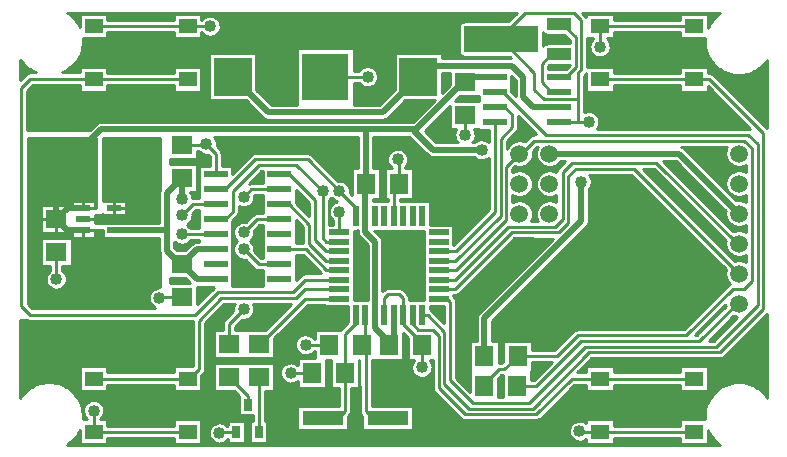
<source format=gbr>
G04 DipTrace 2.3.0.3*
%INBottom.gbr*%
%MOIN*%
%ADD13C,0.019*%
%ADD15C,0.01*%
%ADD16R,0.063X0.0709*%
%ADD17R,0.0709X0.063*%
%ADD18C,0.0591*%
%ADD20R,0.0256X0.0413*%
%ADD22R,0.061X0.0512*%
%ADD23R,0.0787X0.0236*%
%ADD25R,0.048X0.019*%
%ADD27R,0.0197X0.0669*%
%ADD28R,0.0669X0.0197*%
%ADD29R,0.1378X0.0472*%
%ADD31R,0.126X0.126*%
%ADD32R,0.1575X0.1575*%
%ADD34C,0.059*%
%ADD35C,0.04*%
%FSLAX44Y44*%
G04*
G70*
G90*
G75*
G01*
%LNBottom*%
%LPD*%
X7395Y11388D2*
D13*
X9145D1*
Y10690D1*
X9582Y10252D1*
X9645D1*
X9145Y11388D2*
Y12627D1*
X9645Y13127D1*
X10770Y10752D2*
X10145D1*
X9645Y10252D1*
X10770Y9752D2*
X10145D1*
X9645Y10252D1*
Y12440D2*
Y13127D1*
X17021Y8559D2*
D15*
Y8252D1*
X17708Y7565D1*
X17645D1*
X26707Y4668D2*
X23578D1*
Y18190D2*
X26707D1*
X16706Y11866D2*
Y12774D1*
X16872Y12940D1*
X9832Y4668D2*
X6703D1*
Y18190D2*
X9832D1*
X19082Y14565D2*
Y15213D1*
X23582Y17503D2*
Y18185D1*
X23578Y18190D1*
X5457Y10650D2*
Y9752D1*
X9645Y9150D2*
X8918D1*
X8895Y9128D1*
X9645Y14230D2*
X10435D1*
X10457Y14252D1*
X6703Y4668D2*
Y5373D1*
X6707Y5377D1*
X11459Y4667D2*
X10935D1*
X10895Y4628D1*
X13980Y6627D2*
X13270D1*
Y6628D1*
X13770Y7565D2*
X14542D1*
X17645D2*
Y6815D1*
X23578Y4668D2*
X22917D1*
X22895Y4690D1*
X22207Y15002D2*
X22832D1*
X23207D1*
Y15003D1*
X16872Y12940D2*
Y13752D1*
X16832D1*
X14429Y16502D2*
X15832D1*
X16391Y8559D2*
Y9123D1*
X16520Y9253D1*
X16895D1*
X17020Y9128D1*
Y8560D1*
X17021Y8559D1*
X10770Y13252D2*
Y13940D1*
X10457Y14252D1*
X22832Y15002D2*
Y15753D1*
X21707D1*
X21395Y16065D1*
Y16635D1*
X20272Y17758D1*
Y17817D1*
X21082Y18628D1*
X22707D1*
X22957Y18378D1*
Y16753D1*
X22832Y16628D1*
Y15753D1*
X9832Y18190D2*
X10582D1*
X14895Y9110D2*
X13753D1*
X12247Y7605D1*
X12207D1*
X22207Y15502D2*
D13*
X21332D1*
X21020Y15815D1*
Y16502D1*
X20645Y16877D1*
X17895D1*
X17520Y16502D1*
X11339D2*
X12526Y15315D1*
X16333D1*
X17520Y16502D1*
X22207Y18258D2*
D15*
X22327D1*
X22770Y17815D1*
Y16815D1*
X22457Y16502D1*
X22207D1*
X20082Y15002D2*
Y12002D1*
X18770Y10690D1*
X18207D1*
X18202Y10685D1*
X26707Y16418D2*
X23578D1*
X26707D2*
X27229D1*
X29020Y14628D1*
Y8752D1*
X27582Y7315D1*
X23207D1*
X21332Y5440D1*
X19207D1*
X18395Y6252D1*
Y8002D1*
X17832Y8565D1*
X17657D1*
X17651Y8559D1*
X22207Y17258D2*
X21963D1*
X21645Y16940D1*
Y16315D1*
X21957Y16002D1*
X22207D1*
X14895Y12003D2*
Y11315D1*
X15761Y8559D2*
Y7681D1*
X15645Y7565D1*
X15770D1*
Y5377D1*
X16020Y5128D1*
X16499D1*
X15082Y6627D2*
Y5376D1*
X14834Y5128D1*
X14334D1*
X15446Y8559D2*
Y8303D1*
X15082Y7940D1*
Y6628D1*
Y6627D1*
X10770Y12752D2*
X11082D1*
X12082Y13752D1*
X13833D1*
X14895Y12690D1*
Y12628D1*
X14957D1*
X15457Y12128D1*
Y11878D1*
X15446Y11866D1*
X9645Y11252D2*
X10770D1*
X14895Y10370D2*
X14465D1*
X13895Y10940D1*
Y11565D1*
X13208Y12252D1*
X12896D1*
Y10752D2*
X13770D1*
X14457Y10065D1*
X14885D1*
X14895Y10055D1*
Y10685D2*
X14463D1*
X14082Y11065D1*
Y12378D1*
X13208Y13252D1*
X12896D1*
X19707Y6190D2*
Y6252D1*
X20207Y6752D1*
X20395D1*
X20832Y7190D1*
X20897Y13940D2*
X21082Y14065D1*
X21395Y14377D1*
X28395D1*
X28645Y14127D1*
Y9690D1*
X28395Y9440D1*
X28020D1*
X26457Y7878D1*
X22833D1*
X22145Y7190D1*
X20832D1*
X20897Y13940D2*
X20457Y13500D1*
Y11740D1*
X18783Y10065D1*
X18212D1*
X18202Y10055D1*
X17336Y8559D2*
Y8249D1*
X17520Y8065D1*
X18020D1*
X18207Y7877D1*
Y6128D1*
X19082Y5253D1*
X21458D1*
X22645Y6440D1*
X23577D1*
X23578D1*
X26707D1*
X6703D2*
X9832D1*
X14895Y9425D2*
X13755D1*
X13457Y9128D1*
X10958D1*
X10207Y8377D1*
Y6752D1*
X9895Y6440D1*
X9832D1*
X20810Y6190D2*
X21457D1*
X22957Y7690D1*
X26895D1*
X28207Y9003D1*
Y8940D1*
X9832Y16418D2*
X6703D1*
X14895Y9740D2*
X13758D1*
X13332Y9315D1*
X10832D1*
X10082Y8565D1*
X4582D1*
X4270Y8877D1*
Y16128D1*
X4582Y16440D1*
X6681D1*
X6703Y16418D1*
X11833Y5573D2*
Y5854D1*
X11207Y6480D1*
X12896Y10252D2*
X12208D1*
X11707Y10753D1*
X12896Y11752D2*
X12145D1*
X11707Y11315D1*
X10770Y11752D2*
X11082D1*
X11332Y12003D1*
Y12690D1*
X12207Y13565D1*
X13457D1*
X14332Y12690D1*
Y11128D1*
X14457Y11003D1*
X14892D1*
X14895Y11000D1*
X9645Y11878D2*
X10020Y12252D1*
X10770D1*
X11707Y12503D2*
X11957Y12752D1*
X12896D1*
X12207Y4667D2*
Y6503D1*
X11207Y7582D2*
Y8252D1*
X11707Y8753D1*
X18202Y10370D2*
X18762D1*
X20270Y11877D1*
Y14440D1*
X20645Y14815D1*
Y15253D1*
X20395Y15502D1*
X20082D1*
X18202Y9740D2*
X18758D1*
X20520Y11502D1*
X22082D1*
X22332Y11752D1*
Y13315D1*
X22645Y13627D1*
X25458D1*
X28207Y10878D1*
Y10940D1*
X20082Y16002D2*
X20333D1*
X21770Y14565D1*
X28520D1*
X28832Y14252D1*
Y8878D1*
X27457Y7503D1*
X23083D1*
X21208Y5628D1*
X19332D1*
X18582Y6378D1*
Y9003D1*
X18475Y9110D1*
X18202D1*
Y9425D2*
X18755D1*
X20645Y11315D1*
X22207D1*
X22520Y11627D1*
Y13190D1*
X22770Y13440D1*
X24707D1*
X28207Y9940D1*
X5457Y11753D2*
D13*
Y13253D1*
X6957Y14752D1*
X15772D1*
X17457D1*
X19020Y16315D1*
X19082D1*
X15772Y14752D2*
Y12942D1*
X15770Y12940D1*
X16706Y8559D2*
Y7728D1*
X16542Y7565D1*
X16076Y8559D2*
Y8134D1*
X16645Y7565D1*
X16542D1*
X15761Y11866D2*
Y12931D1*
Y11866D2*
Y11324D1*
X16082Y11003D1*
Y8566D1*
X16076Y8559D1*
X6365Y11388D2*
X5822D1*
X5457Y11753D1*
X6365Y12128D2*
X5832D1*
X5457Y11753D1*
X20082Y16502D2*
X19270D1*
X19082Y16315D1*
X28207Y11940D2*
X26207Y13940D1*
X21897D1*
X19645Y14065D2*
X18020D1*
X17395Y14690D1*
X17457Y14752D1*
X22957Y13003D2*
Y11690D1*
X19730Y8463D1*
Y7190D1*
D35*
X9645Y12440D3*
X14895Y12003D3*
Y12690D3*
X9645Y11252D3*
X11707Y10753D3*
Y11315D3*
X14332Y12690D3*
X9645Y11878D3*
X11707Y12503D3*
Y8753D3*
X19645Y14065D3*
X22957Y13003D3*
X7395Y12878D3*
X7957D3*
X8520D3*
X7957Y13440D3*
X7395D3*
X8520D3*
Y14002D3*
X7957D3*
X7395D3*
X19082Y14565D3*
X23582Y17503D3*
X10582Y18190D3*
X5457Y9752D3*
X8895Y9128D3*
X10457Y14252D3*
X6707Y5377D3*
X10895Y4628D3*
X13770Y7565D3*
X13270Y6628D3*
X17645Y6815D3*
X22895Y4690D3*
X23207Y15003D3*
X16832Y13752D3*
X8582Y10378D3*
X15832Y16502D3*
X4517Y14354D2*
D15*
X6773D1*
X4517Y14255D2*
X6773D1*
X4517Y14156D2*
X6773D1*
X4517Y14058D2*
X6773D1*
X4517Y13959D2*
X6773D1*
X4517Y13860D2*
X6773D1*
X4517Y13762D2*
X6773D1*
X4517Y13663D2*
X6773D1*
X4517Y13564D2*
X6773D1*
X4517Y13466D2*
X6773D1*
X4517Y13367D2*
X6773D1*
X4517Y13268D2*
X6773D1*
X4517Y13170D2*
X6773D1*
X4517Y13071D2*
X6773D1*
X4517Y12972D2*
X6773D1*
X4517Y12873D2*
X6773D1*
X4517Y12775D2*
X6773D1*
X4517Y12676D2*
X6773D1*
X4517Y12577D2*
X6773D1*
X4517Y12479D2*
X6773D1*
X4517Y12380D2*
X6773D1*
X4517Y12281D2*
X5961D1*
X4517Y12183D2*
X4939D1*
X4517Y12084D2*
X4939D1*
X4517Y11985D2*
X4939D1*
X4517Y11887D2*
X4939D1*
X4517Y11788D2*
X4939D1*
X4517Y11689D2*
X4939D1*
X4517Y11591D2*
X4939D1*
X4517Y11492D2*
X4939D1*
X4517Y11393D2*
X4939D1*
X4517Y11294D2*
X4939D1*
X6768D2*
X6990D1*
X4517Y11196D2*
X5961D1*
X6768D2*
X6990D1*
X4517Y11097D2*
X4939D1*
X5976D2*
X8886D1*
X4517Y10998D2*
X4939D1*
X5976D2*
X8886D1*
X4517Y10900D2*
X4939D1*
X5976D2*
X8886D1*
X4517Y10801D2*
X4939D1*
X5976D2*
X8886D1*
X4517Y10702D2*
X4939D1*
X5976D2*
X8886D1*
X4517Y10604D2*
X4939D1*
X5976D2*
X8897D1*
X4517Y10505D2*
X4939D1*
X5976D2*
X8897D1*
X4517Y10406D2*
X4939D1*
X5976D2*
X8897D1*
X4517Y10308D2*
X4939D1*
X5976D2*
X8897D1*
X4517Y10209D2*
X4939D1*
X5976D2*
X8897D1*
X4517Y10110D2*
X5244D1*
X5671D2*
X8897D1*
X4517Y10012D2*
X5206D1*
X5709D2*
X8897D1*
X4517Y9913D2*
X5133D1*
X5782D2*
X8897D1*
X4517Y9814D2*
X5098D1*
X5817D2*
X8897D1*
X4517Y9715D2*
X5095D1*
X5820D2*
X8897D1*
X4517Y9617D2*
X5120D1*
X5795D2*
X8897D1*
X4517Y9518D2*
X5183D1*
X5732D2*
X8897D1*
X4517Y9419D2*
X5328D1*
X5587D2*
X8684D1*
X4517Y9321D2*
X8589D1*
X4517Y9222D2*
X8544D1*
X4517Y9123D2*
X8531D1*
X4517Y9025D2*
X8547D1*
X4520Y8926D2*
X8594D1*
X4618Y8827D2*
X8698D1*
X4959Y12221D2*
X5966D1*
Y12115D1*
X5971Y12119D1*
Y12377D1*
X6759D1*
Y12115D1*
X6782D1*
Y14452D1*
X4507D1*
Y8929D1*
X4634Y8802D1*
X7507D1*
X8755D1*
X8711Y8825D1*
X8670Y8854D1*
X8634Y8889D1*
X8603Y8928D1*
X8577Y8971D1*
X8559Y9017D1*
X8546Y9066D1*
X8541Y9115D1*
X8543Y9165D1*
X8552Y9214D1*
X8568Y9262D1*
X8590Y9307D1*
X8618Y9348D1*
X8652Y9385D1*
X8690Y9416D1*
X8733Y9442D1*
X8779Y9462D1*
X8827Y9475D1*
X8877Y9481D1*
X8906Y9480D1*
X8907Y10002D1*
Y10617D1*
X8900Y10645D1*
X8896Y10690D1*
X8895Y11139D1*
X7001D1*
Y11390D1*
X6759D1*
Y11139D1*
X5971D1*
Y11390D1*
X5966Y11381D1*
Y11284D1*
X4949D1*
Y12221D1*
X4959D1*
X4999Y11119D2*
X5966D1*
Y10181D1*
X5661D1*
Y10042D1*
X5710Y10000D1*
X5743Y9962D1*
X5769Y9920D1*
X5790Y9874D1*
X5804Y9826D1*
X5811Y9752D1*
X5808Y9703D1*
X5797Y9654D1*
X5780Y9607D1*
X5756Y9563D1*
X5727Y9523D1*
X5692Y9487D1*
X5652Y9457D1*
X5609Y9432D1*
X5562Y9414D1*
X5513Y9403D1*
X5464Y9399D1*
X5414Y9401D1*
X5365Y9411D1*
X5317Y9427D1*
X5273Y9450D1*
X5232Y9479D1*
X5196Y9514D1*
X5165Y9553D1*
X5140Y9596D1*
X5121Y9642D1*
X5109Y9691D1*
X5104Y9740D1*
X5106Y9790D1*
X5114Y9839D1*
X5130Y9887D1*
X5152Y9932D1*
X5180Y9973D1*
X5214Y10010D1*
X5254Y10042D1*
X5253Y10182D1*
X4949Y10181D1*
Y11119D1*
X4999D1*
X5457Y12221D2*
Y11284D1*
X4949Y11753D2*
X5457D1*
X6365Y11388D2*
Y11139D1*
X5971Y11388D2*
X6759D1*
X6365Y12376D2*
Y12128D1*
X5971D2*
X6759D1*
X7017Y14354D2*
X8897D1*
X7017Y14255D2*
X8897D1*
X7017Y14156D2*
X8897D1*
X7017Y14058D2*
X8897D1*
X7017Y13959D2*
X8897D1*
X7017Y13860D2*
X8897D1*
X7017Y13762D2*
X8897D1*
X7017Y13663D2*
X8897D1*
X7017Y13564D2*
X8897D1*
X7017Y13466D2*
X8897D1*
X7017Y13367D2*
X8897D1*
X7017Y13268D2*
X8897D1*
X7017Y13170D2*
X8897D1*
X7017Y13071D2*
X8897D1*
X7017Y12972D2*
X8897D1*
X7017Y12873D2*
X8897D1*
X7017Y12775D2*
X8897D1*
X7017Y12676D2*
X8890D1*
X7017Y12577D2*
X8886D1*
X7017Y12479D2*
X8886D1*
X7017Y12380D2*
X8886D1*
X7800Y12281D2*
X8886D1*
X7800Y12183D2*
X8886D1*
X7800Y12084D2*
X8886D1*
X7800Y11985D2*
X8886D1*
X6768Y11887D2*
X6990D1*
X7800D2*
X8886D1*
X6768Y11788D2*
X8886D1*
X6768Y11689D2*
X8886D1*
X6758Y11637D2*
X6759Y11615D1*
X7000D1*
X7001Y11637D1*
X7789Y11635D1*
X7895Y11637D1*
X8896Y11638D1*
Y12627D1*
X8907Y12715D1*
Y14452D1*
X7009D1*
X7007Y14102D1*
Y12376D1*
X7681Y12377D1*
X7789D1*
Y11879D1*
X7001D1*
Y11916D1*
X6983Y11898D1*
X6957Y11890D1*
X6759D1*
Y11617D1*
X6365Y11758D2*
X6759D1*
X7395Y12376D2*
Y11879D1*
Y12128D2*
X7789D1*
X5967Y18541D2*
X6234D1*
X7171D2*
X9364D1*
X10301D2*
X10530D1*
X10635D2*
X20698D1*
X24046D2*
X26239D1*
X27176D2*
X27448D1*
X6065Y18443D2*
X6234D1*
X7171D2*
X9364D1*
X10840D2*
X20600D1*
X24046D2*
X26239D1*
X27176D2*
X27350D1*
X6143Y18344D2*
X6234D1*
X10910D2*
X19009D1*
X27176D2*
X27272D1*
X10942Y18245D2*
X18878D1*
X27176D2*
X27209D1*
X10943Y18147D2*
X18869D1*
X10917Y18048D2*
X18869D1*
X7171Y17949D2*
X9364D1*
X10851D2*
X18869D1*
X24046D2*
X26239D1*
X7171Y17850D2*
X9364D1*
X10301D2*
X10473D1*
X10692D2*
X18869D1*
X21676D2*
X22436D1*
X24046D2*
X26239D1*
X6350Y17752D2*
X18869D1*
X21676D2*
X22534D1*
X23171D2*
X23322D1*
X23843D2*
X27065D1*
X6351Y17653D2*
X18869D1*
X21676D2*
X22556D1*
X23171D2*
X23253D1*
X23912D2*
X27064D1*
X6343Y17554D2*
X18869D1*
X23171D2*
X23222D1*
X23943D2*
X27072D1*
X6328Y17456D2*
X18869D1*
X23171D2*
X23222D1*
X23943D2*
X27087D1*
X6301Y17357D2*
X13478D1*
X15381D2*
X18869D1*
X23171D2*
X23250D1*
X23915D2*
X27114D1*
X6267Y17258D2*
X10545D1*
X12132D2*
X13478D1*
X15381D2*
X16726D1*
X18314D2*
X18883D1*
X23171D2*
X23317D1*
X23848D2*
X27148D1*
X6220Y17160D2*
X10545D1*
X12132D2*
X13478D1*
X15381D2*
X16726D1*
X18314D2*
X20572D1*
X23171D2*
X23484D1*
X23681D2*
X27195D1*
X6160Y17061D2*
X10545D1*
X12132D2*
X13478D1*
X15381D2*
X16726D1*
X23171D2*
X27255D1*
X4267Y16962D2*
X4328D1*
X6087D2*
X10545D1*
X12132D2*
X13478D1*
X15381D2*
X16726D1*
X23171D2*
X27328D1*
X29087D2*
X29147D1*
X4267Y16864D2*
X4422D1*
X5993D2*
X10545D1*
X12132D2*
X13478D1*
X15381D2*
X16726D1*
X21867D2*
X22520D1*
X23171D2*
X27422D1*
X28993D2*
X29147D1*
X4267Y16765D2*
X4542D1*
X5873D2*
X6234D1*
X7171D2*
X9364D1*
X10301D2*
X10545D1*
X12132D2*
X13478D1*
X15381D2*
X15586D1*
X16079D2*
X16726D1*
X24046D2*
X26239D1*
X27176D2*
X27542D1*
X28873D2*
X29147D1*
X4267Y16666D2*
X4711D1*
X5704D2*
X6234D1*
X7171D2*
X9364D1*
X10301D2*
X10545D1*
X12132D2*
X13478D1*
X16156D2*
X16726D1*
X24046D2*
X26239D1*
X27176D2*
X27711D1*
X28704D2*
X29147D1*
X4267Y16568D2*
X4412D1*
X10301D2*
X10545D1*
X12132D2*
X13478D1*
X16190D2*
X16726D1*
X18314D2*
X18564D1*
X23071D2*
X23110D1*
X27378D2*
X28037D1*
X28378D2*
X29147D1*
X4267Y16469D2*
X4312D1*
X10301D2*
X10545D1*
X12132D2*
X13478D1*
X16195D2*
X16726D1*
X18314D2*
X18564D1*
X20639D2*
X20691D1*
X23046D2*
X23109D1*
X27478D2*
X29147D1*
X10301Y16370D2*
X10545D1*
X12132D2*
X13478D1*
X16171D2*
X16726D1*
X18314D2*
X18564D1*
X20639D2*
X20761D1*
X23046D2*
X23109D1*
X27576D2*
X29147D1*
X10301Y16271D2*
X10545D1*
X12132D2*
X13478D1*
X15381D2*
X15555D1*
X16110D2*
X16726D1*
X18314D2*
X18564D1*
X20639D2*
X20761D1*
X23046D2*
X23109D1*
X27675D2*
X29147D1*
X4614Y16173D2*
X6234D1*
X7171D2*
X9364D1*
X10301D2*
X10545D1*
X12132D2*
X13478D1*
X15381D2*
X15694D1*
X15971D2*
X16726D1*
X18314D2*
X18515D1*
X20639D2*
X20761D1*
X23046D2*
X23109D1*
X24046D2*
X26239D1*
X27773D2*
X29147D1*
X4515Y16074D2*
X6234D1*
X7171D2*
X9364D1*
X10301D2*
X10545D1*
X12132D2*
X13478D1*
X15381D2*
X16726D1*
X18314D2*
X18417D1*
X20639D2*
X20761D1*
X23046D2*
X23109D1*
X24046D2*
X26239D1*
X27176D2*
X27275D1*
X27871D2*
X29147D1*
X4484Y15975D2*
X10545D1*
X12228D2*
X13478D1*
X15381D2*
X16631D1*
X20657D2*
X20761D1*
X23046D2*
X27373D1*
X27970D2*
X29147D1*
X4484Y15877D2*
X10545D1*
X12326D2*
X13478D1*
X15381D2*
X16533D1*
X23046D2*
X27472D1*
X28070D2*
X29147D1*
X4484Y15778D2*
X10545D1*
X12425D2*
X13478D1*
X15381D2*
X16434D1*
X18845D2*
X19523D1*
X23046D2*
X27572D1*
X28168D2*
X29147D1*
X4484Y15679D2*
X11800D1*
X12525D2*
X13478D1*
X15381D2*
X16334D1*
X17059D2*
X18022D1*
X23046D2*
X27670D1*
X28267D2*
X29147D1*
X4484Y15581D2*
X11898D1*
X12623D2*
X13478D1*
X15381D2*
X16236D1*
X16960D2*
X17923D1*
X23046D2*
X27769D1*
X28365D2*
X29147D1*
X4484Y15482D2*
X11997D1*
X16862D2*
X17825D1*
X23046D2*
X27867D1*
X28464D2*
X29147D1*
X4484Y15383D2*
X12097D1*
X16762D2*
X17726D1*
X18450D2*
X18564D1*
X23046D2*
X27965D1*
X28562D2*
X29147D1*
X4484Y15285D2*
X12195D1*
X16664D2*
X17628D1*
X18351D2*
X18564D1*
X23431D2*
X28064D1*
X28660D2*
X29147D1*
X4484Y15186D2*
X12294D1*
X16565D2*
X17530D1*
X18253D2*
X18564D1*
X23520D2*
X28164D1*
X28760D2*
X29147D1*
X4484Y15087D2*
X12415D1*
X16443D2*
X17430D1*
X18154D2*
X18564D1*
X20859D2*
X20950D1*
X23560D2*
X28262D1*
X28859D2*
X29147D1*
X4484Y14989D2*
X6869D1*
X18056D2*
X18564D1*
X20859D2*
X21048D1*
X23571D2*
X28361D1*
X28957D2*
X29147D1*
X4484Y14890D2*
X6733D1*
X17957D2*
X18564D1*
X20859D2*
X21147D1*
X23553D2*
X28459D1*
X29056D2*
X29147D1*
X4484Y14791D2*
X6634D1*
X17859D2*
X18564D1*
X20857D2*
X21245D1*
X23501D2*
X28558D1*
X17759Y14692D2*
X18742D1*
X19423D2*
X19867D1*
X20818D2*
X21344D1*
X17853Y14594D2*
X18720D1*
X19445D2*
X19867D1*
X20721D2*
X21444D1*
X10725Y14495D2*
X15512D1*
X16031D2*
X17228D1*
X17951D2*
X18725D1*
X19440D2*
X19867D1*
X20623D2*
X21214D1*
X10790Y14396D2*
X15512D1*
X16031D2*
X17326D1*
X18051D2*
X18761D1*
X19404D2*
X19511D1*
X19779D2*
X19867D1*
X20525D2*
X21115D1*
X10818Y14298D2*
X15512D1*
X16031D2*
X17425D1*
X20484D2*
X20617D1*
X10817Y14199D2*
X15512D1*
X16031D2*
X17523D1*
X20484D2*
X20520D1*
X10907Y14100D2*
X15512D1*
X16031D2*
X16758D1*
X16907D2*
X17623D1*
X21417D2*
X21469D1*
X26409D2*
X27778D1*
X10164Y14002D2*
X10198D1*
X10975D2*
X15512D1*
X16031D2*
X16572D1*
X17093D2*
X17722D1*
X21353D2*
X21444D1*
X26507D2*
X27753D1*
X10164Y13903D2*
X10392D1*
X10984D2*
X11934D1*
X13981D2*
X15512D1*
X16031D2*
X16503D1*
X17162D2*
X17820D1*
X21354D2*
X21440D1*
X26606D2*
X27750D1*
X10164Y13804D2*
X10556D1*
X10984D2*
X11836D1*
X14079D2*
X15512D1*
X16031D2*
X16472D1*
X17193D2*
X19395D1*
X21335D2*
X21459D1*
X26706D2*
X27769D1*
X9267Y13706D2*
X10556D1*
X10984D2*
X11737D1*
X14178D2*
X15512D1*
X16031D2*
X16472D1*
X17193D2*
X19867D1*
X21290D2*
X21505D1*
X26804D2*
X27814D1*
X9267Y13607D2*
X10556D1*
X10984D2*
X11639D1*
X14276D2*
X15512D1*
X16031D2*
X16500D1*
X17165D2*
X19867D1*
X21209D2*
X21587D1*
X22209D2*
X22326D1*
X25776D2*
X26178D1*
X26903D2*
X27897D1*
X10164Y13508D2*
X10212D1*
X11328D2*
X11540D1*
X14375D2*
X15512D1*
X16031D2*
X16567D1*
X17098D2*
X19867D1*
X21031D2*
X21765D1*
X22031D2*
X22228D1*
X25875D2*
X26278D1*
X27001D2*
X28073D1*
X28342D2*
X28431D1*
X10164Y13410D2*
X10212D1*
X11328D2*
X11440D1*
X14475D2*
X15290D1*
X16248D2*
X16394D1*
X17351D2*
X19867D1*
X20671D2*
X22142D1*
X25037D2*
X25376D1*
X25975D2*
X26376D1*
X27100D2*
X28431D1*
X10164Y13311D2*
X10212D1*
X12251D2*
X12339D1*
X14573D2*
X15290D1*
X16248D2*
X16394D1*
X17351D2*
X19867D1*
X21160D2*
X21634D1*
X25135D2*
X25476D1*
X26073D2*
X26475D1*
X27198D2*
X27944D1*
X10164Y13212D2*
X10212D1*
X12153D2*
X12339D1*
X14671D2*
X15290D1*
X16248D2*
X16394D1*
X17351D2*
X19867D1*
X21265D2*
X21531D1*
X23253D2*
X24637D1*
X25234D2*
X25575D1*
X26171D2*
X26573D1*
X27298D2*
X27840D1*
X10164Y13113D2*
X10212D1*
X12054D2*
X12339D1*
X14770D2*
X15290D1*
X16248D2*
X16394D1*
X17351D2*
X19867D1*
X21321D2*
X21473D1*
X23304D2*
X24736D1*
X25332D2*
X25673D1*
X26270D2*
X26672D1*
X27396D2*
X27783D1*
X10164Y13015D2*
X10212D1*
X11956D2*
X12339D1*
X15045D2*
X15290D1*
X16248D2*
X16394D1*
X17351D2*
X19867D1*
X21350D2*
X21445D1*
X23321D2*
X24834D1*
X25431D2*
X25772D1*
X26368D2*
X26770D1*
X27495D2*
X27755D1*
X10164Y12916D2*
X10212D1*
X15178D2*
X15290D1*
X16248D2*
X16394D1*
X17351D2*
X19867D1*
X21356D2*
X21439D1*
X23310D2*
X24933D1*
X25529D2*
X25870D1*
X26467D2*
X26870D1*
X27593D2*
X27748D1*
X10164Y12817D2*
X10212D1*
X15235D2*
X15291D1*
X16248D2*
X16394D1*
X17351D2*
X19867D1*
X21339D2*
X21456D1*
X23270D2*
X25031D1*
X25628D2*
X25969D1*
X26565D2*
X26969D1*
X27692D2*
X27765D1*
X10164Y12719D2*
X10212D1*
X15257D2*
X15291D1*
X16248D2*
X16394D1*
X17351D2*
X19867D1*
X21298D2*
X21497D1*
X23217D2*
X25131D1*
X25728D2*
X26069D1*
X26665D2*
X27067D1*
X9959Y12620D2*
X10212D1*
X13454D2*
X13542D1*
X16248D2*
X16394D1*
X17351D2*
X19867D1*
X21223D2*
X21573D1*
X23217D2*
X25230D1*
X25826D2*
X26167D1*
X26764D2*
X27165D1*
X10000Y12521D2*
X10212D1*
X12071D2*
X12339D1*
X13454D2*
X13640D1*
X16248D2*
X16394D1*
X17351D2*
X19867D1*
X20671D2*
X20725D1*
X21070D2*
X21725D1*
X22070D2*
X22119D1*
X23217D2*
X25328D1*
X25925D2*
X26265D1*
X26862D2*
X27264D1*
X27989D2*
X28034D1*
X28381D2*
X28430D1*
X12062Y12423D2*
X12339D1*
X13454D2*
X13739D1*
X14575D2*
X14653D1*
X16020D2*
X16492D1*
X16920D2*
X19867D1*
X20671D2*
X22119D1*
X23217D2*
X25426D1*
X26023D2*
X26364D1*
X26960D2*
X27362D1*
X28087D2*
X28431D1*
X12023Y12324D2*
X12339D1*
X13454D2*
X13837D1*
X14546D2*
X14737D1*
X17914D2*
X19867D1*
X21140D2*
X21655D1*
X23217D2*
X25525D1*
X26121D2*
X26462D1*
X27059D2*
X27461D1*
X11937Y12225D2*
X12339D1*
X13532D2*
X13869D1*
X14546D2*
X14611D1*
X17914D2*
X19867D1*
X21254D2*
X21540D1*
X23217D2*
X25623D1*
X26220D2*
X26561D1*
X27157D2*
X27561D1*
X11546Y12127D2*
X12339D1*
X13632D2*
X13869D1*
X17914D2*
X19867D1*
X21315D2*
X21480D1*
X23217D2*
X25723D1*
X26320D2*
X26661D1*
X27257D2*
X27659D1*
X10093Y12028D2*
X10212D1*
X11546D2*
X12339D1*
X13731D2*
X13869D1*
X17914D2*
X19809D1*
X21348D2*
X21447D1*
X23217D2*
X25822D1*
X26418D2*
X26759D1*
X27356D2*
X27758D1*
X10006Y11929D2*
X10212D1*
X11532D2*
X12033D1*
X13829D2*
X13869D1*
X17914D2*
X19711D1*
X21356D2*
X21439D1*
X23217D2*
X25920D1*
X26517D2*
X26858D1*
X27454D2*
X27748D1*
X10006Y11831D2*
X10212D1*
X11459D2*
X11925D1*
X17914D2*
X19612D1*
X21343D2*
X21451D1*
X23217D2*
X26019D1*
X26615D2*
X26956D1*
X27553D2*
X27762D1*
X9978Y11732D2*
X10212D1*
X11360D2*
X11826D1*
X14546D2*
X14658D1*
X17914D2*
X19514D1*
X21306D2*
X21490D1*
X23217D2*
X26117D1*
X26714D2*
X27055D1*
X27651D2*
X27800D1*
X9910Y11633D2*
X10212D1*
X11328D2*
X11542D1*
X13454D2*
X13528D1*
X14546D2*
X14681D1*
X17914D2*
X19415D1*
X23210D2*
X26215D1*
X26812D2*
X27153D1*
X27750D2*
X27870D1*
X9868Y11534D2*
X10212D1*
X11328D2*
X11420D1*
X12225D2*
X12339D1*
X13454D2*
X13628D1*
X18701D2*
X19315D1*
X23162D2*
X26315D1*
X26912D2*
X27253D1*
X27850D2*
X28005D1*
X11328Y11436D2*
X11365D1*
X12126D2*
X12339D1*
X13454D2*
X13681D1*
X18701D2*
X19217D1*
X23065D2*
X26414D1*
X27010D2*
X27351D1*
X27948D2*
X28431D1*
X12071Y11337D2*
X12339D1*
X13454D2*
X13681D1*
X15393D2*
X15501D1*
X16110D2*
X17703D1*
X18701D2*
X19119D1*
X22967D2*
X26512D1*
X27109D2*
X27450D1*
X12064Y11238D2*
X12339D1*
X13454D2*
X13681D1*
X15393D2*
X15517D1*
X16209D2*
X17703D1*
X18701D2*
X19020D1*
X22868D2*
X26611D1*
X27207D2*
X27548D1*
X11328Y11140D2*
X11390D1*
X12025D2*
X12339D1*
X13454D2*
X13681D1*
X15393D2*
X15583D1*
X16300D2*
X17703D1*
X18701D2*
X18922D1*
X22770D2*
X26709D1*
X27306D2*
X27647D1*
X9939Y11041D2*
X10212D1*
X11328D2*
X11473D1*
X11942D2*
X12339D1*
X13454D2*
X13681D1*
X15393D2*
X15683D1*
X16339D2*
X17703D1*
X18701D2*
X18823D1*
X20670D2*
X21947D1*
X22670D2*
X26808D1*
X27404D2*
X27745D1*
X9404Y10942D2*
X9464D1*
X9826D2*
X9975D1*
X11328D2*
X11398D1*
X12017D2*
X12339D1*
X15393D2*
X15781D1*
X16342D2*
X17703D1*
X20571D2*
X21848D1*
X22571D2*
X26906D1*
X27504D2*
X27748D1*
X9404Y10844D2*
X9875D1*
X12059D2*
X12339D1*
X15393D2*
X15823D1*
X16342D2*
X17703D1*
X20471D2*
X21750D1*
X22473D2*
X27006D1*
X27603D2*
X27759D1*
X9453Y10745D2*
X9775D1*
X12071D2*
X12339D1*
X15393D2*
X15823D1*
X16342D2*
X17703D1*
X20373D2*
X21650D1*
X22375D2*
X27105D1*
X27701D2*
X27794D1*
X11328Y10646D2*
X11360D1*
X12112D2*
X12339D1*
X15393D2*
X15823D1*
X16342D2*
X17703D1*
X20275D2*
X21551D1*
X22276D2*
X27203D1*
X27800D2*
X27858D1*
X11328Y10548D2*
X11409D1*
X12210D2*
X12339D1*
X13454D2*
X13676D1*
X15393D2*
X15823D1*
X16342D2*
X17703D1*
X20176D2*
X21453D1*
X22178D2*
X27301D1*
X27898D2*
X27980D1*
X11328Y10449D2*
X11515D1*
X13454D2*
X13775D1*
X15393D2*
X15823D1*
X16342D2*
X17703D1*
X20078D2*
X21355D1*
X22078D2*
X27400D1*
X27996D2*
X28431D1*
X11328Y10350D2*
X11811D1*
X13454D2*
X13873D1*
X15393D2*
X15823D1*
X16342D2*
X17703D1*
X19979D2*
X21256D1*
X21979D2*
X27498D1*
X28401D2*
X28432D1*
X11328Y10252D2*
X11911D1*
X13454D2*
X13973D1*
X15393D2*
X15823D1*
X16342D2*
X17703D1*
X19879D2*
X21158D1*
X21881D2*
X27598D1*
X11328Y10153D2*
X12009D1*
X13454D2*
X14072D1*
X15393D2*
X15823D1*
X16342D2*
X17703D1*
X19781D2*
X21058D1*
X21782D2*
X27697D1*
X11328Y10054D2*
X12150D1*
X13454D2*
X14170D1*
X15393D2*
X15823D1*
X16342D2*
X17703D1*
X19682D2*
X20959D1*
X21684D2*
X27762D1*
X11328Y9955D2*
X12339D1*
X13454D2*
X14269D1*
X15393D2*
X15823D1*
X16342D2*
X17703D1*
X19584D2*
X20861D1*
X21585D2*
X27748D1*
X11328Y9857D2*
X12339D1*
X13454D2*
X13576D1*
X15393D2*
X15823D1*
X16342D2*
X17703D1*
X19485D2*
X20762D1*
X21487D2*
X27756D1*
X9267Y9758D2*
X9778D1*
X11328D2*
X12339D1*
X15393D2*
X15823D1*
X16342D2*
X17703D1*
X19387D2*
X20664D1*
X21387D2*
X27787D1*
X9267Y9659D2*
X9876D1*
X11328D2*
X12339D1*
X15393D2*
X15823D1*
X16342D2*
X17703D1*
X19287D2*
X20565D1*
X21289D2*
X27847D1*
X11328Y9561D2*
X12339D1*
X15393D2*
X15823D1*
X16342D2*
X17703D1*
X19189D2*
X20467D1*
X21190D2*
X27842D1*
X10164Y9462D2*
X10681D1*
X15393D2*
X15823D1*
X16342D2*
X17703D1*
X19090D2*
X20367D1*
X21092D2*
X27744D1*
X10164Y9363D2*
X10583D1*
X15393D2*
X15823D1*
X17082D2*
X17703D1*
X18992D2*
X20269D1*
X20993D2*
X27645D1*
X10164Y9265D2*
X10484D1*
X15393D2*
X15823D1*
X17181D2*
X17703D1*
X18890D2*
X20170D1*
X20895D2*
X27547D1*
X10164Y9166D2*
X10386D1*
X15393D2*
X15823D1*
X17231D2*
X17703D1*
X18717D2*
X20072D1*
X20795D2*
X27448D1*
X10164Y9067D2*
X10286D1*
X15393D2*
X15823D1*
X17234D2*
X17703D1*
X18785D2*
X19973D1*
X20696D2*
X27348D1*
X18796Y8969D2*
X19875D1*
X20598D2*
X27250D1*
X10998Y8870D2*
X11364D1*
X12051D2*
X13214D1*
X13810D2*
X14397D1*
X18796D2*
X19775D1*
X20500D2*
X27151D1*
X10900Y8771D2*
X11344D1*
X12071D2*
X13115D1*
X13712D2*
X15184D1*
X17914D2*
X18369D1*
X18796D2*
X19676D1*
X20401D2*
X27053D1*
X10801Y8673D2*
X11330D1*
X12062D2*
X13017D1*
X13614D2*
X15184D1*
X18023D2*
X18369D1*
X18796D2*
X19578D1*
X20303D2*
X26955D1*
X10703Y8574D2*
X11231D1*
X12023D2*
X12919D1*
X13515D2*
X15184D1*
X18121D2*
X18369D1*
X18796D2*
X19498D1*
X20203D2*
X26856D1*
X10604Y8475D2*
X11131D1*
X11937D2*
X12819D1*
X13417D2*
X15184D1*
X18221D2*
X18369D1*
X18796D2*
X19472D1*
X20104D2*
X26756D1*
X27979D2*
X28131D1*
X29042D2*
X29147D1*
X4267Y8376D2*
X4495D1*
X10504D2*
X11036D1*
X11629D2*
X12720D1*
X13317D2*
X15184D1*
X18320D2*
X18369D1*
X18796D2*
X19472D1*
X20006D2*
X26658D1*
X27879D2*
X28033D1*
X28942D2*
X29147D1*
X4267Y8278D2*
X9994D1*
X10421D2*
X10995D1*
X11531D2*
X12622D1*
X13218D2*
X15122D1*
X18796D2*
X19472D1*
X19989D2*
X26559D1*
X27781D2*
X27934D1*
X28843D2*
X29147D1*
X4267Y8179D2*
X9994D1*
X10421D2*
X10994D1*
X11432D2*
X12523D1*
X13120D2*
X15023D1*
X18796D2*
X19472D1*
X19989D2*
X26461D1*
X27682D2*
X27836D1*
X28745D2*
X29147D1*
X4267Y8080D2*
X9994D1*
X10421D2*
X10994D1*
X11421D2*
X12425D1*
X13021D2*
X14925D1*
X18796D2*
X19472D1*
X19989D2*
X22803D1*
X27584D2*
X27737D1*
X28646D2*
X29147D1*
X4267Y7982D2*
X9994D1*
X10421D2*
X10689D1*
X12923D2*
X14064D1*
X18796D2*
X19472D1*
X19989D2*
X22639D1*
X27485D2*
X27639D1*
X28548D2*
X29147D1*
X4267Y7883D2*
X9994D1*
X10421D2*
X10689D1*
X12825D2*
X13605D1*
X13935D2*
X14064D1*
X17021D2*
X17090D1*
X18796D2*
X19472D1*
X19989D2*
X22540D1*
X27387D2*
X27540D1*
X28450D2*
X29147D1*
X4267Y7784D2*
X9994D1*
X10421D2*
X10689D1*
X12726D2*
X13483D1*
X17021D2*
X17165D1*
X18796D2*
X19472D1*
X19989D2*
X22440D1*
X27287D2*
X27440D1*
X28350D2*
X29147D1*
X4267Y7686D2*
X9994D1*
X10421D2*
X10689D1*
X12726D2*
X13428D1*
X17021D2*
X17165D1*
X18796D2*
X19251D1*
X20209D2*
X20353D1*
X21312D2*
X22342D1*
X28251D2*
X29147D1*
X4267Y7587D2*
X9994D1*
X10421D2*
X10689D1*
X12726D2*
X13406D1*
X17021D2*
X17165D1*
X18796D2*
X19251D1*
X20209D2*
X20353D1*
X21312D2*
X22244D1*
X28153D2*
X29147D1*
X4267Y7488D2*
X9994D1*
X10421D2*
X10689D1*
X12726D2*
X13414D1*
X17021D2*
X17165D1*
X18796D2*
X19251D1*
X20209D2*
X20353D1*
X21312D2*
X22145D1*
X28054D2*
X29147D1*
X4267Y7390D2*
X9994D1*
X10421D2*
X10689D1*
X12726D2*
X13453D1*
X17021D2*
X17165D1*
X18796D2*
X19251D1*
X20209D2*
X20353D1*
X27956D2*
X29147D1*
X4267Y7291D2*
X9994D1*
X10421D2*
X10689D1*
X12726D2*
X13536D1*
X14004D2*
X14064D1*
X17021D2*
X17165D1*
X18796D2*
X19251D1*
X20209D2*
X20353D1*
X27857D2*
X29147D1*
X4267Y7192D2*
X9994D1*
X10421D2*
X10689D1*
X12726D2*
X14064D1*
X17021D2*
X17165D1*
X18796D2*
X19251D1*
X20209D2*
X20353D1*
X27757D2*
X29147D1*
X4267Y7094D2*
X9994D1*
X10421D2*
X13501D1*
X17021D2*
X17165D1*
X18796D2*
X19251D1*
X20209D2*
X20353D1*
X23284D2*
X29147D1*
X4267Y6995D2*
X9994D1*
X10421D2*
X13501D1*
X14459D2*
X14603D1*
X15984D2*
X17330D1*
X17960D2*
X17993D1*
X18796D2*
X19251D1*
X20209D2*
X20339D1*
X23185D2*
X29147D1*
X4267Y6896D2*
X9994D1*
X10421D2*
X10689D1*
X12726D2*
X13030D1*
X14459D2*
X14603D1*
X15984D2*
X17290D1*
X18796D2*
X19251D1*
X21312D2*
X21865D1*
X23087D2*
X29147D1*
X4267Y6797D2*
X6234D1*
X7171D2*
X9364D1*
X10421D2*
X10689D1*
X12726D2*
X12950D1*
X14459D2*
X14603D1*
X15984D2*
X17281D1*
X18796D2*
X19251D1*
X21312D2*
X21767D1*
X22989D2*
X23109D1*
X24046D2*
X26239D1*
X27176D2*
X29147D1*
X4267Y6699D2*
X6234D1*
X7171D2*
X9364D1*
X10414D2*
X10689D1*
X12726D2*
X12914D1*
X14459D2*
X14603D1*
X15984D2*
X17301D1*
X18796D2*
X19251D1*
X21312D2*
X21669D1*
X22890D2*
X23109D1*
X24046D2*
X26239D1*
X27176D2*
X29147D1*
X4267Y6600D2*
X6234D1*
X10353D2*
X10689D1*
X12726D2*
X12908D1*
X14459D2*
X14603D1*
X15984D2*
X17355D1*
X17935D2*
X17994D1*
X18796D2*
X19228D1*
X21289D2*
X21569D1*
X27176D2*
X29147D1*
X4267Y6501D2*
X6234D1*
X10301D2*
X10689D1*
X12726D2*
X12930D1*
X14459D2*
X14603D1*
X15984D2*
X17472D1*
X17818D2*
X17994D1*
X18796D2*
X19228D1*
X20254D2*
X20331D1*
X21289D2*
X21470D1*
X27176D2*
X29147D1*
X4267Y6403D2*
X6234D1*
X10301D2*
X10689D1*
X12726D2*
X12987D1*
X14459D2*
X14603D1*
X15984D2*
X17994D1*
X18856D2*
X19228D1*
X20187D2*
X20331D1*
X21289D2*
X21372D1*
X27176D2*
X29147D1*
X4267Y6304D2*
X4986D1*
X5429D2*
X6234D1*
X10301D2*
X10689D1*
X12726D2*
X13117D1*
X13423D2*
X13501D1*
X14459D2*
X14603D1*
X15984D2*
X17994D1*
X18954D2*
X19228D1*
X20187D2*
X20331D1*
X27176D2*
X27986D1*
X28429D2*
X29147D1*
X4267Y6205D2*
X4694D1*
X5721D2*
X6234D1*
X7171D2*
X9364D1*
X10301D2*
X10689D1*
X12726D2*
X13501D1*
X14459D2*
X14603D1*
X15984D2*
X17994D1*
X19053D2*
X19228D1*
X20187D2*
X20331D1*
X22709D2*
X23109D1*
X24046D2*
X26239D1*
X27176D2*
X27694D1*
X28721D2*
X29147D1*
X4267Y6107D2*
X4530D1*
X5885D2*
X6234D1*
X7171D2*
X9364D1*
X10301D2*
X10689D1*
X12726D2*
X14869D1*
X15296D2*
X15556D1*
X15984D2*
X17995D1*
X19151D2*
X19228D1*
X20187D2*
X20331D1*
X22610D2*
X23109D1*
X24046D2*
X26239D1*
X27176D2*
X27530D1*
X28885D2*
X29147D1*
X4267Y6008D2*
X4412D1*
X6003D2*
X11381D1*
X12421D2*
X14869D1*
X15296D2*
X15556D1*
X15984D2*
X18033D1*
X20187D2*
X20331D1*
X22512D2*
X27412D1*
X29003D2*
X29147D1*
X4267Y5909D2*
X4322D1*
X6093D2*
X11480D1*
X12421D2*
X14869D1*
X15296D2*
X15556D1*
X15984D2*
X18128D1*
X20187D2*
X20331D1*
X22412D2*
X27322D1*
X29093D2*
X29147D1*
X6167Y5811D2*
X11542D1*
X12421D2*
X14869D1*
X15296D2*
X15556D1*
X15984D2*
X18226D1*
X22314D2*
X27248D1*
X6225Y5712D2*
X6581D1*
X6834D2*
X11542D1*
X12421D2*
X14869D1*
X15296D2*
X15556D1*
X15984D2*
X18325D1*
X22215D2*
X27190D1*
X6270Y5613D2*
X6434D1*
X6981D2*
X11542D1*
X12421D2*
X14869D1*
X15296D2*
X15556D1*
X15984D2*
X18423D1*
X22117D2*
X27145D1*
X6304Y5515D2*
X6372D1*
X7043D2*
X11542D1*
X12421D2*
X13481D1*
X15296D2*
X15556D1*
X17351D2*
X18522D1*
X22018D2*
X27111D1*
X7070Y5416D2*
X11542D1*
X12421D2*
X13481D1*
X15296D2*
X15556D1*
X17351D2*
X18620D1*
X21920D2*
X27086D1*
X7067Y5317D2*
X11542D1*
X12421D2*
X13481D1*
X15287D2*
X15565D1*
X17351D2*
X18720D1*
X21820D2*
X27070D1*
X6351Y5218D2*
X6382D1*
X7034D2*
X11542D1*
X12421D2*
X13481D1*
X15223D2*
X15631D1*
X17351D2*
X18819D1*
X21721D2*
X27064D1*
X6350Y5120D2*
X6455D1*
X6960D2*
X11994D1*
X12421D2*
X13481D1*
X15187D2*
X15647D1*
X17351D2*
X18917D1*
X21623D2*
X27065D1*
X7171Y5021D2*
X9364D1*
X10301D2*
X11167D1*
X11751D2*
X11915D1*
X12500D2*
X13481D1*
X15187D2*
X15647D1*
X17351D2*
X22761D1*
X23029D2*
X23109D1*
X24046D2*
X26239D1*
X7171Y4922D2*
X9364D1*
X10301D2*
X10689D1*
X11101D2*
X11167D1*
X11751D2*
X11915D1*
X12500D2*
X13481D1*
X15187D2*
X15647D1*
X17351D2*
X22619D1*
X24046D2*
X26239D1*
X10301Y4824D2*
X10590D1*
X11751D2*
X11915D1*
X12500D2*
X13481D1*
X15187D2*
X15647D1*
X17351D2*
X22558D1*
X10301Y4725D2*
X10545D1*
X11751D2*
X11915D1*
X12500D2*
X22533D1*
X6201Y4626D2*
X6234D1*
X10301D2*
X10531D1*
X11751D2*
X11915D1*
X12500D2*
X22537D1*
X27176D2*
X27215D1*
X6137Y4528D2*
X6234D1*
X10301D2*
X10545D1*
X11751D2*
X11915D1*
X12500D2*
X22570D1*
X27176D2*
X27278D1*
X6057Y4429D2*
X6234D1*
X7171D2*
X9364D1*
X10301D2*
X10592D1*
X11751D2*
X11915D1*
X12500D2*
X22647D1*
X24046D2*
X26239D1*
X27176D2*
X27358D1*
X5957Y4330D2*
X6234D1*
X7171D2*
X9364D1*
X10301D2*
X10694D1*
X11096D2*
X11167D1*
X11751D2*
X11915D1*
X12500D2*
X23109D1*
X24046D2*
X26239D1*
X27176D2*
X27458D1*
X15351Y13448D2*
X15524D1*
X15523Y13792D1*
X15522Y14503D1*
X10708D1*
X10743Y14462D1*
X10769Y14420D1*
X10790Y14374D1*
X10804Y14326D1*
X10811Y14252D1*
X10806Y14192D1*
X10914Y14084D1*
X10945Y14045D1*
X10965Y13999D1*
X10974Y13940D1*
Y13526D1*
X11318Y13525D1*
Y13276D1*
X11938Y13897D1*
X11978Y13927D1*
X12023Y13948D1*
X12082Y13956D1*
X13833D1*
X13882Y13950D1*
X13929Y13932D1*
X13977Y13897D1*
X14835Y13038D1*
X14877Y13044D1*
X14927Y13043D1*
X14976Y13035D1*
X15024Y13020D1*
X15069Y12998D1*
X15111Y12971D1*
X15148Y12938D1*
X15180Y12900D1*
X15207Y12857D1*
X15227Y12812D1*
X15241Y12764D1*
X15249Y12690D1*
X15243Y12629D1*
X15302Y12572D1*
X15301Y13182D1*
Y13448D1*
X15351D1*
X16021D2*
X16239D1*
Y12432D1*
X16010Y12431D1*
Y12354D1*
X16013Y12353D1*
X16173Y12355D1*
X16328Y12353D1*
X16488Y12355D1*
X16502D1*
Y12433D1*
X16403Y12432D1*
Y13448D1*
X16648Y13450D1*
X16607Y13479D1*
X16571Y13514D1*
X16540Y13553D1*
X16515Y13596D1*
X16496Y13642D1*
X16484Y13691D1*
X16479Y13740D1*
X16481Y13790D1*
X16489Y13839D1*
X16505Y13887D1*
X16527Y13932D1*
X16555Y13973D1*
X16589Y14010D1*
X16628Y14041D1*
X16671Y14067D1*
X16716Y14087D1*
X16765Y14100D1*
X16814Y14106D1*
X16864Y14105D1*
X16914Y14097D1*
X16961Y14082D1*
X17006Y14061D1*
X17048Y14033D1*
X17085Y14000D1*
X17118Y13962D1*
X17144Y13920D1*
X17165Y13874D1*
X17179Y13826D1*
X17186Y13752D1*
X17183Y13703D1*
X17172Y13654D1*
X17155Y13607D1*
X17131Y13563D1*
X17102Y13523D1*
X17077Y13497D1*
X17076Y13448D1*
X17341D1*
Y12432D1*
X16908D1*
X16910Y12353D1*
X17068Y12355D1*
X17273Y12353D1*
X17433Y12355D1*
X17588Y12353D1*
X17748Y12355D1*
X17903D1*
Y11566D1*
X18013Y11567D1*
X18691D1*
X18689Y11062D1*
X18691Y10902D1*
Y10898D1*
X18979Y11188D1*
X19878Y12086D1*
Y13797D1*
X19840Y13769D1*
X19796Y13745D1*
X19749Y13727D1*
X19701Y13715D1*
X19651Y13711D1*
X19601Y13714D1*
X19552Y13723D1*
X19505Y13740D1*
X19461Y13763D1*
X19420Y13792D1*
X19394Y13817D1*
X18020Y13816D1*
X17970Y13821D1*
X17923Y13836D1*
X17879Y13860D1*
X17844Y13889D1*
X17229Y14504D1*
X16022Y14503D1*
X16021Y13448D1*
X17011Y7972D2*
Y7057D1*
X16073Y7058D1*
X15975Y7057D1*
X15974Y5516D1*
X16256Y5518D1*
X17342D1*
Y4737D1*
X15656D1*
Y5205D1*
X15626Y5233D1*
X15595Y5273D1*
X15575Y5318D1*
X15566Y5377D1*
X15564Y7057D1*
X15550D1*
X15551Y6886D1*
Y6119D1*
X15287D1*
X15286Y5376D1*
X15280Y5327D1*
X15262Y5280D1*
X15227Y5232D1*
X15177Y5182D1*
Y4737D1*
X13491D1*
Y5518D1*
X14880D1*
X14878Y5676D1*
Y6118D1*
X14613Y6119D1*
X14611Y7057D1*
X14447D1*
X14449Y6886D1*
Y6119D1*
X13511D1*
Y6367D1*
X13465Y6332D1*
X13421Y6307D1*
X13374Y6289D1*
X13326Y6278D1*
X13276Y6274D1*
X13226Y6276D1*
X13177Y6286D1*
X13130Y6302D1*
X13086Y6325D1*
X13045Y6354D1*
X13009Y6389D1*
X12978Y6428D1*
X12952Y6471D1*
X12934Y6517D1*
X12921Y6566D1*
X12916Y6615D1*
X12918Y6665D1*
X12927Y6714D1*
X12943Y6762D1*
X12965Y6807D1*
X12993Y6848D1*
X13027Y6885D1*
X13065Y6916D1*
X13108Y6942D1*
X13154Y6962D1*
X13202Y6975D1*
X13252Y6981D1*
X13302Y6980D1*
X13351Y6972D1*
X13399Y6957D1*
X13444Y6936D1*
X13486Y6908D1*
X13510Y6887D1*
X13511Y7136D1*
X14075D1*
X14073Y7307D1*
Y7361D1*
X14039Y7335D1*
X14004Y7300D1*
X13965Y7269D1*
X13921Y7245D1*
X13874Y7227D1*
X13826Y7215D1*
X13776Y7211D1*
X13726Y7214D1*
X13677Y7223D1*
X13630Y7240D1*
X13586Y7263D1*
X13545Y7292D1*
X13509Y7326D1*
X13478Y7365D1*
X13452Y7408D1*
X13434Y7455D1*
X13421Y7503D1*
X13416Y7553D1*
X13418Y7603D1*
X13427Y7652D1*
X13443Y7699D1*
X13465Y7744D1*
X13493Y7785D1*
X13527Y7822D1*
X13565Y7854D1*
X13608Y7880D1*
X13654Y7899D1*
X13702Y7912D1*
X13752Y7919D1*
X13802Y7918D1*
X13851Y7910D1*
X13899Y7895D1*
X13944Y7873D1*
X13986Y7846D1*
X14023Y7813D1*
X14059Y7768D1*
X14075Y7769D1*
X14073Y8073D1*
X14928D1*
X15193Y8339D1*
X15194Y8859D1*
X15083Y8858D1*
X14406D1*
Y8906D1*
X13837D1*
X12716Y7785D1*
Y7136D1*
X11715D1*
X11716Y7113D1*
X10699D1*
Y8051D1*
X11004D1*
X11003Y8252D1*
X11009Y8302D1*
X11027Y8348D1*
X11063Y8397D1*
X11358Y8692D1*
X11354Y8740D1*
X11356Y8790D1*
X11364Y8839D1*
X11380Y8887D1*
X11399Y8925D1*
X11040Y8924D1*
X10854Y8736D1*
X10411Y8293D1*
Y6752D1*
X10405Y6703D1*
X10387Y6656D1*
X10352Y6608D1*
X10291Y6547D1*
X10292Y6030D1*
X9373D1*
Y6235D1*
X8782Y6236D1*
X7162D1*
Y6030D1*
X6243D1*
Y6850D1*
X7162D1*
Y6645D1*
X7653Y6644D1*
X9373D1*
Y6850D1*
X10003D1*
Y8361D1*
X4582D1*
X4533Y8367D1*
X4485Y8386D1*
X4457Y8390D1*
X4257D1*
Y5810D1*
X4336Y5916D1*
X4403Y5990D1*
X4477Y6057D1*
X4556Y6118D1*
X4640Y6172D1*
X4729Y6218D1*
X4822Y6256D1*
X4917Y6286D1*
X5015Y6307D1*
X5114Y6320D1*
X5214Y6324D1*
X5314Y6319D1*
X5413Y6305D1*
X5510Y6283D1*
X5605Y6252D1*
X5697Y6213D1*
X5785Y6166D1*
X5869Y6111D1*
X5947Y6049D1*
X6020Y5981D1*
X6087Y5906D1*
X6146Y5826D1*
X6199Y5741D1*
X6243Y5651D1*
X6280Y5558D1*
X6308Y5462D1*
X6328Y5364D1*
X6339Y5265D1*
X6340Y5140D1*
X6336Y5079D1*
X6498Y5078D1*
X6482Y5104D1*
X6446Y5139D1*
X6415Y5178D1*
X6390Y5221D1*
X6371Y5267D1*
X6359Y5316D1*
X6354Y5365D1*
X6356Y5415D1*
X6364Y5464D1*
X6380Y5512D1*
X6402Y5557D1*
X6430Y5598D1*
X6464Y5635D1*
X6503Y5666D1*
X6546Y5692D1*
X6591Y5712D1*
X6640Y5725D1*
X6689Y5731D1*
X6739Y5730D1*
X6789Y5722D1*
X6836Y5707D1*
X6881Y5686D1*
X6923Y5658D1*
X6960Y5625D1*
X6993Y5587D1*
X7019Y5545D1*
X7040Y5499D1*
X7054Y5451D1*
X7061Y5377D1*
X7058Y5328D1*
X7047Y5279D1*
X7030Y5232D1*
X7006Y5188D1*
X6977Y5148D1*
X6942Y5112D1*
X6906Y5085D1*
X6943Y5078D1*
X7162D1*
Y4874D1*
X7603Y4872D1*
X9373D1*
Y5078D1*
X10292D1*
Y4258D1*
X9373D1*
Y4463D1*
X8932Y4464D1*
X7162D1*
Y4258D1*
X6243D1*
Y4729D1*
X6186Y4618D1*
X6132Y4534D1*
X6071Y4455D1*
X6003Y4382D1*
X5928Y4315D1*
X5826Y4240D1*
X27587D1*
X27496Y4307D1*
X27421Y4373D1*
X27352Y4445D1*
X27290Y4523D1*
X27235Y4607D1*
X27187Y4695D1*
X27166Y4742D1*
X27167Y4258D1*
X26248D1*
Y4463D1*
X25757Y4464D1*
X24037D1*
Y4258D1*
X23118D1*
Y4416D1*
X23090Y4394D1*
X23046Y4370D1*
X22999Y4352D1*
X22951Y4340D1*
X22901Y4336D1*
X22851Y4339D1*
X22802Y4348D1*
X22755Y4365D1*
X22711Y4388D1*
X22670Y4417D1*
X22634Y4451D1*
X22603Y4490D1*
X22577Y4533D1*
X22559Y4580D1*
X22546Y4628D1*
X22541Y4678D1*
X22543Y4728D1*
X22552Y4777D1*
X22568Y4824D1*
X22590Y4869D1*
X22618Y4910D1*
X22652Y4947D1*
X22690Y4979D1*
X22733Y5005D1*
X22779Y5024D1*
X22827Y5037D1*
X22877Y5044D1*
X22927Y5043D1*
X22976Y5035D1*
X23024Y5020D1*
X23069Y4998D1*
X23119Y4964D1*
X23118Y5078D1*
X24037D1*
Y4874D1*
X24428Y4872D1*
X26248D1*
Y5078D1*
X27078D1*
X27074Y5227D1*
X27082Y5327D1*
X27098Y5426D1*
X27123Y5523D1*
X27157Y5617D1*
X27199Y5708D1*
X27248Y5794D1*
X27305Y5877D1*
X27369Y5953D1*
X27439Y6024D1*
X27516Y6089D1*
X27598Y6146D1*
X27684Y6196D1*
X27775Y6238D1*
X27869Y6272D1*
X27966Y6298D1*
X28064Y6315D1*
X28164Y6323D1*
X28264D1*
X28363Y6313D1*
X28462Y6295D1*
X28558Y6269D1*
X28651Y6233D1*
X28742Y6190D1*
X28828Y6139D1*
X28909Y6081D1*
X28985Y6016D1*
X29054Y5944D1*
X29117Y5867D1*
X29157Y5809D1*
Y8601D1*
X27727Y7171D1*
X27687Y7140D1*
X27642Y7120D1*
X27582Y7111D1*
X23290D1*
X23104Y6923D1*
X22825Y6644D1*
X23118D1*
Y6850D1*
X24037D1*
Y6645D1*
X24528Y6644D1*
X26248D1*
Y6850D1*
X27167D1*
Y6030D1*
X26248D1*
Y6235D1*
X25657Y6236D1*
X24037D1*
Y6030D1*
X23118D1*
Y6235D1*
X22729Y6236D1*
X21602Y5108D1*
X21562Y5078D1*
X21517Y5057D1*
X21458Y5049D1*
X19082D1*
X19033Y5055D1*
X18986Y5073D1*
X18938Y5108D1*
X18063Y5983D1*
X18033Y6023D1*
X18012Y6068D1*
X18003Y6128D1*
Y7057D1*
X17903D1*
X17930Y7025D1*
X17957Y6982D1*
X17977Y6937D1*
X17991Y6889D1*
X17999Y6815D1*
X17995Y6765D1*
X17985Y6716D1*
X17968Y6669D1*
X17944Y6625D1*
X17914Y6585D1*
X17879Y6550D1*
X17840Y6519D1*
X17796Y6495D1*
X17749Y6477D1*
X17701Y6465D1*
X17651Y6461D1*
X17601Y6464D1*
X17552Y6473D1*
X17505Y6490D1*
X17461Y6513D1*
X17420Y6542D1*
X17384Y6576D1*
X17353Y6615D1*
X17327Y6658D1*
X17309Y6705D1*
X17296Y6753D1*
X17291Y6803D1*
X17293Y6853D1*
X17302Y6902D1*
X17317Y6949D1*
X17340Y6994D1*
X17368Y7035D1*
X17388Y7057D1*
X17176D1*
X17174Y7810D1*
X17012Y7972D1*
X18574Y16223D2*
Y16629D1*
X18303Y16628D1*
X18304Y16036D1*
Y15950D1*
X18575Y16222D1*
X19533Y14744D2*
X19389D1*
X19415Y14687D1*
X19429Y14639D1*
X19436Y14565D1*
X19433Y14515D1*
X19422Y14466D1*
X19405Y14419D1*
X19381Y14375D1*
X19352Y14335D1*
X19331Y14314D1*
X19393D1*
X19440Y14354D1*
X19483Y14380D1*
X19529Y14399D1*
X19577Y14412D1*
X19627Y14419D1*
X19677Y14418D1*
X19726Y14410D1*
X19774Y14395D1*
X19819Y14373D1*
X19878Y14330D1*
Y14731D1*
X19534Y14730D1*
Y14744D1*
X18777D2*
X18574D1*
Y15517D1*
X17748Y14689D1*
X18122Y14315D1*
X18834Y14314D1*
X18790Y14365D1*
X18765Y14408D1*
X18746Y14455D1*
X18734Y14503D1*
X18729Y14553D1*
X18731Y14603D1*
X18739Y14652D1*
X18755Y14699D1*
X18776Y14743D1*
X20176Y6434D2*
Y5831D1*
X20341Y5832D1*
Y6549D1*
X20290Y6548D1*
X20176Y6433D1*
X19239Y6008D2*
Y6698D1*
X19262D1*
X19261Y7698D1*
X19481D1*
Y8463D1*
X19486Y8512D1*
X19501Y8560D1*
X19525Y8604D1*
X19554Y8639D1*
X22026Y11110D1*
X20728Y11111D1*
X20542Y10923D1*
X18899Y9281D1*
X18860Y9250D1*
X18814Y9230D1*
X18755Y9221D1*
X18691D1*
Y9183D1*
X18727Y9147D1*
X18757Y9107D1*
X18778Y9062D1*
X18786Y9003D1*
Y6460D1*
X18974Y6274D1*
X19238Y6010D1*
X21279Y6681D2*
Y6394D1*
X21374D1*
X21966Y6987D1*
X21645Y6986D1*
X21303D1*
X21301Y6682D1*
X21278D1*
X9257Y13596D2*
X10153D1*
Y12659D1*
X9924D1*
X9957Y12607D1*
X9977Y12562D1*
X9991Y12514D1*
X9998Y12456D1*
X10222D1*
Y13025D1*
Y13525D1*
X10568D1*
X10566Y13752D1*
Y13857D1*
X10519Y13903D1*
X10464Y13899D1*
X10414Y13901D1*
X10365Y13911D1*
X10317Y13927D1*
X10273Y13950D1*
X10232Y13979D1*
X10186Y14027D1*
X10152Y14026D1*
X10153Y13761D1*
X9258D1*
X9257Y13598D1*
X9466Y10721D2*
X9763D1*
X9969Y10929D1*
X10008Y10960D1*
X10052Y10983D1*
X10100Y10997D1*
X10145Y11001D1*
X10222D1*
X10224Y11025D1*
X10222Y11048D1*
X9934D1*
X9879Y10987D1*
X9840Y10957D1*
X9796Y10932D1*
X9749Y10914D1*
X9701Y10903D1*
X9651Y10899D1*
X9601Y10901D1*
X9552Y10911D1*
X9505Y10927D1*
X9461Y10950D1*
X9420Y10979D1*
X9394Y11004D1*
Y10792D1*
X9466Y10721D1*
X9761Y9784D2*
X9258D1*
X9257Y9620D1*
X9926Y9619D1*
X9762Y9783D1*
X10153Y9505D2*
Y8924D1*
X10704Y9473D1*
X10668Y9480D1*
X10222D1*
X10220Y9503D1*
X10154D1*
X28440Y13556D2*
X28360Y13517D1*
X28312Y13503D1*
X28263Y13494D1*
X28213Y13491D1*
X28163Y13493D1*
X28114Y13501D1*
X28066Y13514D1*
X28019Y13532D1*
X27975Y13556D1*
X27934Y13584D1*
X27896Y13616D1*
X27862Y13653D1*
X27832Y13693D1*
X27807Y13736D1*
X27787Y13782D1*
X27772Y13830D1*
X27762Y13879D1*
X27758Y13929D1*
X27760Y13979D1*
X27767Y14028D1*
X27779Y14076D1*
X27797Y14123D1*
X27824Y14174D1*
X26293Y14173D1*
X26349Y14145D1*
X26384Y14116D1*
X28119Y12380D1*
X28190Y12389D1*
X28240Y12388D1*
X28290Y12382D1*
X28338Y12370D1*
X28385Y12353D1*
X28442Y12323D1*
X28441Y12557D1*
X28406Y12537D1*
X28360Y12517D1*
X28312Y12503D1*
X28263Y12494D1*
X28213Y12491D1*
X28163Y12493D1*
X28114Y12501D1*
X28066Y12514D1*
X28019Y12532D1*
X27975Y12556D1*
X27934Y12584D1*
X27896Y12616D1*
X27862Y12653D1*
X27832Y12693D1*
X27807Y12736D1*
X27787Y12782D1*
X27772Y12830D1*
X27762Y12879D1*
X27758Y12929D1*
X27760Y12979D1*
X27767Y13028D1*
X27779Y13076D1*
X27797Y13123D1*
X27820Y13168D1*
X27848Y13209D1*
X27880Y13247D1*
X27916Y13282D1*
X27956Y13312D1*
X27999Y13338D1*
X28044Y13359D1*
X28092Y13374D1*
X28141Y13384D1*
X28190Y13389D1*
X28240Y13388D1*
X28290Y13382D1*
X28338Y13370D1*
X28385Y13353D1*
X28442Y13323D1*
X28441Y13557D1*
X28440Y11556D2*
X28360Y11517D1*
X28312Y11503D1*
X28263Y11494D1*
X28213Y11491D1*
X28163Y11493D1*
X28114Y11501D1*
X28066Y11514D1*
X28019Y11532D1*
X27975Y11556D1*
X27934Y11584D1*
X27896Y11616D1*
X27862Y11653D1*
X27832Y11693D1*
X27807Y11736D1*
X27787Y11782D1*
X27772Y11830D1*
X27762Y11879D1*
X27758Y11929D1*
X27760Y11979D1*
X27767Y12030D1*
X27395Y12400D1*
X26103Y13692D1*
X25681Y13691D1*
X26061Y13312D1*
X28025Y11349D1*
X28092Y11374D1*
X28141Y11384D1*
X28190Y11389D1*
X28240Y11388D1*
X28290Y11382D1*
X28338Y11370D1*
X28385Y11353D1*
X28442Y11323D1*
X28441Y11557D1*
X28440Y10556D2*
X28360Y10517D1*
X28312Y10503D1*
X28263Y10494D1*
X28213Y10491D1*
X28163Y10493D1*
X28114Y10501D1*
X28066Y10514D1*
X28019Y10532D1*
X27975Y10556D1*
X27934Y10584D1*
X27896Y10616D1*
X27862Y10653D1*
X27832Y10693D1*
X27807Y10736D1*
X27787Y10782D1*
X27772Y10830D1*
X27762Y10879D1*
X27758Y10929D1*
X27760Y10979D1*
X27767Y11030D1*
X25373Y13424D1*
X25012Y13423D1*
X28068Y10368D1*
X28141Y10384D1*
X28190Y10389D1*
X28240Y10388D1*
X28290Y10382D1*
X28338Y10370D1*
X28385Y10353D1*
X28442Y10323D1*
X28441Y10557D1*
X27904Y9609D2*
X27862Y9653D1*
X27832Y9693D1*
X27807Y9736D1*
X27787Y9782D1*
X27772Y9830D1*
X27762Y9879D1*
X27758Y9929D1*
X27760Y9979D1*
X27767Y10028D1*
X27780Y10078D1*
X26755Y11104D1*
X24624Y13235D1*
X23807Y13236D1*
X23225D1*
X23269Y13170D1*
X23290Y13124D1*
X23304Y13076D1*
X23311Y13003D1*
X23308Y12953D1*
X23297Y12904D1*
X23280Y12857D1*
X23256Y12813D1*
X23227Y12773D1*
X23206Y12752D1*
Y11690D1*
X23201Y11640D1*
X23187Y11593D1*
X23163Y11549D1*
X23134Y11514D1*
X19979Y8360D1*
Y7699D1*
X20199Y7698D1*
Y6956D1*
X20312D1*
X20365Y7011D1*
X20364Y7532D1*
Y7698D1*
X21301D1*
Y7394D1*
X22062D1*
X22284Y7617D1*
X22688Y8022D1*
X22728Y8052D1*
X22773Y8073D1*
X22833Y8082D1*
X26375D1*
X26561Y8269D1*
X27891Y9598D1*
X28159Y8494D2*
X28114Y8501D1*
X28066Y8514D1*
X28024Y8530D1*
X27199Y7706D1*
X27375Y7707D1*
X27561Y7894D1*
X28161Y8494D1*
X27768Y8850D2*
X27761Y8893D1*
X26762Y7894D1*
X26812D1*
X26998Y8082D1*
X27768Y8852D1*
X11976Y5028D2*
X12002D1*
X12003Y5212D1*
X11552D1*
Y5848D1*
X11388Y6011D1*
X10699D1*
Y6949D1*
X11700D1*
X11699Y6971D1*
X12716D1*
Y6034D1*
X12411D1*
Y5029D1*
X12489Y5028D1*
Y4306D1*
X11926D1*
Y5028D1*
X11976D1*
X11228D2*
X11741D1*
Y4306D1*
X11178D1*
Y4414D1*
X11129Y4362D1*
X11090Y4332D1*
X11046Y4307D1*
X10999Y4289D1*
X10951Y4278D1*
X10901Y4274D1*
X10851Y4276D1*
X10802Y4286D1*
X10755Y4302D1*
X10711Y4325D1*
X10670Y4354D1*
X10634Y4389D1*
X10603Y4428D1*
X10577Y4471D1*
X10559Y4517D1*
X10546Y4566D1*
X10541Y4615D1*
X10543Y4665D1*
X10552Y4714D1*
X10568Y4762D1*
X10590Y4807D1*
X10618Y4848D1*
X10652Y4885D1*
X10690Y4916D1*
X10733Y4942D1*
X10779Y4962D1*
X10827Y4975D1*
X10877Y4981D1*
X10927Y4980D1*
X10976Y4972D1*
X11024Y4957D1*
X11069Y4936D1*
X11111Y4908D1*
X11151Y4872D1*
X11178Y4906D1*
Y5028D1*
X11228D1*
X11410Y8051D2*
X11700D1*
X11699Y8074D1*
X12429D1*
X13278Y8924D1*
X12018D1*
X12040Y8874D1*
X12054Y8826D1*
X12061Y8753D1*
X12058Y8703D1*
X12047Y8654D1*
X12030Y8607D1*
X12006Y8563D1*
X11977Y8523D1*
X11942Y8487D1*
X11902Y8457D1*
X11859Y8432D1*
X11812Y8414D1*
X11763Y8403D1*
X11714Y8399D1*
X11647Y8405D1*
X11411Y8167D1*
Y8051D1*
X6293Y16828D2*
X7162D1*
Y16623D1*
X7753Y16622D1*
X9373D1*
Y16828D1*
X10292D1*
Y16008D1*
X9373D1*
Y16213D1*
X8882Y16214D1*
X7162D1*
Y16008D1*
X6243D1*
Y16235D1*
X5881Y16236D1*
X4667D1*
X4474Y16043D1*
Y14738D1*
X4707Y14740D1*
X6593D1*
X6781Y14929D1*
X6820Y14960D1*
X6864Y14983D1*
X6912Y14997D1*
X6957Y15001D1*
X17355D1*
X18071Y15719D1*
X17087D1*
X16635Y15266D1*
X16509Y15139D1*
X16470Y15107D1*
X16426Y15084D1*
X16378Y15070D1*
X16333Y15066D1*
X12526D1*
X12477Y15071D1*
X12429Y15086D1*
X12385Y15110D1*
X12350Y15139D1*
X11770Y15719D1*
X10555D1*
Y17286D1*
X12123D1*
Y16069D1*
X12576Y15618D1*
X12630Y15564D1*
X13487D1*
X13488Y17444D1*
X15371D1*
Y16705D1*
X15479Y16706D1*
X15544D1*
X15589Y16760D1*
X15628Y16791D1*
X15671Y16817D1*
X15716Y16837D1*
X15765Y16850D1*
X15814Y16856D1*
X15864Y16855D1*
X15914Y16847D1*
X15961Y16832D1*
X16006Y16811D1*
X16048Y16783D1*
X16085Y16750D1*
X16118Y16712D1*
X16144Y16670D1*
X16165Y16624D1*
X16179Y16576D1*
X16186Y16502D1*
X16183Y16453D1*
X16172Y16404D1*
X16155Y16357D1*
X16131Y16313D1*
X16102Y16273D1*
X16067Y16237D1*
X16027Y16207D1*
X15984Y16182D1*
X15937Y16164D1*
X15888Y16153D1*
X15839Y16149D1*
X15789Y16151D1*
X15740Y16161D1*
X15692Y16177D1*
X15648Y16200D1*
X15607Y16229D1*
X15571Y16264D1*
X15543Y16299D1*
X15372Y16298D1*
X15371Y15564D1*
X16231D1*
X16616Y15951D1*
X16736Y16071D1*
Y17286D1*
X18304D1*
Y17125D1*
X19045Y17126D1*
X20614Y17127D1*
X20571Y17170D1*
X19032D1*
X18983Y17178D1*
X18939Y17202D1*
X18905Y17238D1*
X18882Y17291D1*
X18878Y17374D1*
Y18191D1*
X18886Y18240D1*
X18910Y18284D1*
X18946Y18318D1*
X18999Y18341D1*
X19082Y18345D1*
X20512D1*
X20808Y18641D1*
X20257Y18640D1*
X5828Y18639D1*
X5909Y18581D1*
X5985Y18516D1*
X6054Y18444D1*
X6117Y18367D1*
X6174Y18284D1*
X6222Y18197D1*
X6244Y18150D1*
X6243Y18600D1*
X7162D1*
Y18395D1*
X7653Y18394D1*
X9373D1*
Y18600D1*
X10292D1*
Y18395D1*
X10339Y18447D1*
X10378Y18479D1*
X10421Y18505D1*
X10466Y18524D1*
X10515Y18537D1*
X10564Y18544D1*
X10614Y18543D1*
X10664Y18535D1*
X10711Y18520D1*
X10756Y18498D1*
X10798Y18471D1*
X10835Y18438D1*
X10868Y18400D1*
X10894Y18357D1*
X10915Y18312D1*
X10929Y18264D1*
X10936Y18190D1*
X10933Y18140D1*
X10922Y18091D1*
X10905Y18044D1*
X10881Y18000D1*
X10852Y17960D1*
X10817Y17925D1*
X10777Y17894D1*
X10734Y17870D1*
X10687Y17852D1*
X10638Y17840D1*
X10589Y17836D1*
X10539Y17839D1*
X10490Y17848D1*
X10442Y17865D1*
X10398Y17888D1*
X10357Y17917D1*
X10321Y17951D1*
X10293Y17987D1*
X10292Y17780D1*
X9373D1*
Y17985D1*
X8982Y17986D1*
X7162D1*
Y17780D1*
X6338D1*
X6341Y17690D1*
X6337Y17590D1*
X6324Y17491D1*
X6302Y17393D1*
X6272Y17298D1*
X6233Y17206D1*
X6186Y17118D1*
X6132Y17034D1*
X6071Y16955D1*
X6003Y16882D1*
X5928Y16815D1*
X5849Y16755D1*
X5764Y16702D1*
X5674Y16657D1*
X5644Y16644D1*
X6243D1*
Y16828D1*
X6293D1*
X21849Y16775D2*
X22443D1*
X22566Y16900D1*
X22554Y16904D1*
X21895Y16901D1*
X21849Y16856D1*
Y16776D1*
X19534Y15682D2*
X19533Y15846D1*
X18902D1*
X18738Y15680D1*
X19224Y15682D1*
X19535D1*
X19534Y15775D1*
X19535D1*
X20628Y16275D2*
X20629Y16175D1*
Y15995D1*
X20772Y15852D1*
X20771Y16401D1*
X20628Y16542D1*
X20629Y16230D1*
X20628D1*
X11316Y10025D2*
X11318Y9925D1*
Y9518D1*
X11532Y9519D1*
X12350D1*
X12348Y9680D1*
X12350Y10025D1*
X12348Y10048D1*
X12208D1*
X12158Y10055D1*
X12111Y10073D1*
X12063Y10108D1*
X11768Y10403D1*
X11714Y10399D1*
X11664Y10401D1*
X11615Y10411D1*
X11567Y10427D1*
X11523Y10450D1*
X11482Y10479D1*
X11446Y10514D1*
X11415Y10553D1*
X11390Y10596D1*
X11371Y10642D1*
X11359Y10691D1*
X11354Y10740D1*
X11356Y10790D1*
X11364Y10839D1*
X11380Y10887D1*
X11402Y10932D1*
X11430Y10973D1*
X11464Y11010D1*
X11492Y11032D1*
X11446Y11076D1*
X11415Y11115D1*
X11390Y11158D1*
X11371Y11205D1*
X11359Y11253D1*
X11354Y11303D1*
X11356Y11353D1*
X11364Y11402D1*
X11380Y11449D1*
X11402Y11494D1*
X11430Y11535D1*
X11464Y11572D1*
X11503Y11604D1*
X11546Y11630D1*
X11591Y11649D1*
X11640Y11662D1*
X11689Y11669D1*
X11739Y11668D1*
X11769Y11663D1*
X11952Y11848D1*
X12001Y11897D1*
X12040Y11927D1*
X12086Y11948D1*
X12145Y11956D1*
X12350D1*
X12348Y12230D1*
X12350Y12525D1*
X12348Y12548D1*
X12057D1*
X12061Y12503D1*
X12058Y12453D1*
X12047Y12404D1*
X12030Y12357D1*
X12006Y12313D1*
X11977Y12273D1*
X11942Y12237D1*
X11902Y12207D1*
X11859Y12182D1*
X11812Y12164D1*
X11763Y12153D1*
X11714Y12149D1*
X11664Y12151D1*
X11615Y12161D1*
X11567Y12177D1*
X11536Y12194D1*
Y12003D1*
X11530Y11953D1*
X11512Y11906D1*
X11477Y11858D1*
X11317Y11698D1*
X11318Y11480D1*
Y10980D1*
Y10480D1*
Y9980D1*
X11316D1*
X10222Y11457D2*
X10224Y11525D1*
X10222Y11630D1*
X10224Y12025D1*
X10222Y12048D1*
X10103D1*
X9993Y11937D1*
X9999Y11878D1*
X9995Y11828D1*
X9985Y11779D1*
X9968Y11732D1*
X9944Y11688D1*
X9914Y11648D1*
X9879Y11612D1*
X9840Y11582D1*
X9811Y11566D1*
X9861Y11533D1*
X9898Y11500D1*
X9934Y11455D1*
X10222Y11456D1*
Y11530D1*
X12350Y12980D2*
X12348Y13080D1*
Y13360D1*
X12290Y13361D1*
X12104Y13173D1*
X11870Y12937D1*
X11917Y12952D1*
X12007Y12956D1*
X12350D1*
Y13025D1*
X13444Y12729D2*
X13442Y12480D1*
X13444Y12375D1*
Y12304D1*
X13879Y11870D1*
X13878Y12295D1*
X13655Y12516D1*
X13444Y12727D1*
Y11729D2*
X13442Y11480D1*
X13444Y11375D1*
X13442Y10980D1*
X13444Y10957D1*
X13691Y10956D1*
Y11482D1*
X13468Y11704D1*
X13442Y11729D1*
X12350Y11480D2*
X12348Y11548D1*
X12229D1*
X12056Y11375D1*
X12061Y11315D1*
X12058Y11265D1*
X12047Y11216D1*
X12030Y11169D1*
X12006Y11125D1*
X11977Y11085D1*
X11921Y11034D1*
X11960Y11000D1*
X11993Y10962D1*
X12019Y10920D1*
X12040Y10874D1*
X12054Y10826D1*
X12061Y10753D1*
X12056Y10692D1*
X12293Y10456D1*
X12350D1*
X12348Y10680D1*
X12350Y11025D1*
X12348Y11130D1*
X12350Y11525D1*
X13444Y10548D2*
X13442Y10480D1*
X13444Y10375D1*
X13442Y9980D1*
X13444Y9875D1*
Y9714D1*
X13613Y9884D1*
X13653Y9915D1*
X13698Y9935D1*
X13758Y9944D1*
X14290D1*
X13685Y10549D1*
X13443Y10548D1*
X13444Y10475D1*
X17448Y9048D2*
X17712D1*
X17713Y9363D1*
Y9678D1*
Y9992D1*
Y10307D1*
Y10622D1*
Y10937D1*
Y11252D1*
Y11377D1*
X17398D1*
X17083D1*
X16768D1*
X16453D1*
X16138D1*
X16058D1*
X16259Y11179D1*
X16290Y11140D1*
X16313Y11096D1*
X16327Y11048D1*
X16331Y11003D1*
Y9351D1*
X16376Y9397D1*
X16415Y9427D1*
X16461Y9448D1*
X16520Y9457D1*
X16895D1*
X16944Y9450D1*
X16991Y9432D1*
X17039Y9397D1*
X17164Y9272D1*
X17195Y9232D1*
X17215Y9187D1*
X17224Y9128D1*
Y9048D1*
X17588Y9046D1*
X17903Y8859D2*
Y8755D1*
X17929Y8745D1*
X17977Y8709D1*
X18378Y8308D1*
Y8857D1*
X17901Y8858D1*
X15823Y9047D2*
X15834Y9048D1*
X15833Y9716D1*
Y10898D1*
X15585Y11148D1*
X15553Y11187D1*
X15530Y11231D1*
X15516Y11279D1*
X15512Y11324D1*
Y11379D1*
X15498Y11377D1*
X15384D1*
X15383Y11062D1*
Y10747D1*
Y10433D1*
Y10118D1*
Y9803D1*
Y9488D1*
Y9173D1*
Y9049D1*
X15698Y9048D1*
X15835D1*
X14536Y11567D2*
X14692D1*
X14691Y11713D1*
X14634Y11764D1*
X14603Y11803D1*
X14577Y11846D1*
X14559Y11892D1*
X14546Y11941D1*
X14541Y11990D1*
X14543Y12040D1*
X14552Y12089D1*
X14568Y12137D1*
X14590Y12182D1*
X14618Y12223D1*
X14652Y12260D1*
X14690Y12291D1*
X14733Y12317D1*
X14779Y12337D1*
X14814Y12346D1*
X14755Y12365D1*
X14711Y12388D1*
X14670Y12417D1*
X14634Y12451D1*
X14613Y12477D1*
X14567Y12425D1*
X14536Y12401D1*
Y11567D1*
X22393Y17904D2*
X21811D1*
X21762Y17912D1*
X21718Y17935D1*
X21678Y17979D1*
X21667Y17991D1*
Y17514D1*
X21693Y17557D1*
X21731Y17589D1*
X21777Y17608D1*
X21861Y17612D1*
X22567D1*
X22566Y17732D1*
X22393Y17904D1*
X23161Y16828D2*
X24037D1*
Y16623D1*
X24628Y16622D1*
X26248D1*
Y16828D1*
X27167D1*
Y16624D1*
X27229Y16622D1*
X27279Y16616D1*
X27325Y16598D1*
X27373Y16563D1*
X29158Y14778D1*
X29157Y17070D1*
X29102Y16993D1*
X29038Y16917D1*
X28966Y16847D1*
X28889Y16784D1*
X28807Y16727D1*
X28720Y16678D1*
X28628Y16637D1*
X28534Y16604D1*
X28437Y16580D1*
X28338Y16564D1*
X28239Y16556D1*
X28139Y16558D1*
X28039Y16569D1*
X27941Y16588D1*
X27845Y16615D1*
X27752Y16652D1*
X27662Y16696D1*
X27577Y16748D1*
X27496Y16807D1*
X27421Y16873D1*
X27352Y16945D1*
X27290Y17023D1*
X27235Y17107D1*
X27187Y17195D1*
X27148Y17287D1*
X27116Y17381D1*
X27093Y17479D1*
X27079Y17578D1*
X27074Y17677D1*
X27077Y17779D1*
X26767Y17780D1*
X26248D1*
Y17985D1*
X25857Y17986D1*
X24037D1*
Y17780D1*
X23801D1*
X23835Y17750D1*
X23868Y17712D1*
X23894Y17670D1*
X23915Y17624D1*
X23929Y17576D1*
X23936Y17503D1*
X23933Y17453D1*
X23922Y17404D1*
X23905Y17357D1*
X23881Y17313D1*
X23852Y17273D1*
X23817Y17237D1*
X23777Y17207D1*
X23734Y17182D1*
X23687Y17164D1*
X23638Y17153D1*
X23589Y17149D1*
X23539Y17151D1*
X23490Y17161D1*
X23442Y17177D1*
X23398Y17200D1*
X23357Y17229D1*
X23321Y17264D1*
X23290Y17303D1*
X23265Y17346D1*
X23246Y17392D1*
X23234Y17441D1*
X23229Y17490D1*
X23231Y17540D1*
X23239Y17589D1*
X23255Y17637D1*
X23277Y17682D1*
X23305Y17723D1*
X23339Y17760D1*
X23365Y17780D1*
X23160D1*
X23161Y17628D1*
Y16829D1*
X24037Y16214D2*
Y16008D1*
X23118D1*
Y16629D1*
X23102Y16608D1*
X23037Y16543D1*
X23036Y15313D1*
X23091Y15337D1*
X23140Y15350D1*
X23189Y15356D1*
X23239Y15355D1*
X23289Y15347D1*
X23336Y15332D1*
X23381Y15311D1*
X23423Y15283D1*
X23460Y15250D1*
X23493Y15212D1*
X23519Y15170D1*
X23540Y15124D1*
X23554Y15076D1*
X23561Y15003D1*
X23558Y14953D1*
X23547Y14904D1*
X23530Y14857D1*
X23506Y14813D1*
X23474Y14769D1*
X28520D1*
X28588Y14757D1*
X28593Y14766D1*
X27167Y16192D1*
Y16008D1*
X26248D1*
Y16213D1*
X25757Y16214D1*
X24037D1*
X23168Y18600D2*
X24037D1*
Y18395D1*
X24528Y18394D1*
X26248D1*
Y18600D1*
X27167D1*
Y18139D1*
X27199Y18208D1*
X27248Y18294D1*
X27305Y18377D1*
X27369Y18453D1*
X27439Y18524D1*
X27516Y18589D1*
X27589Y18640D1*
X22984D1*
X23116Y18506D1*
X23118Y18580D1*
Y18600D1*
X23168D1*
X21344Y11890D2*
X21335Y11841D1*
X21322Y11793D1*
X21303Y11747D1*
X21281Y11707D1*
X21515Y11706D1*
X21497Y11737D1*
X21477Y11783D1*
X21462Y11831D1*
X21453Y11880D1*
X21449Y11929D1*
X21450Y11979D1*
X21457Y12029D1*
X21470Y12077D1*
X21488Y12124D1*
X21511Y12168D1*
X21539Y12210D1*
X21571Y12248D1*
X21607Y12282D1*
X21647Y12313D1*
X21690Y12338D1*
X21735Y12359D1*
X21783Y12374D1*
X21832Y12384D1*
X21882Y12389D1*
X21932Y12388D1*
X21981Y12381D1*
X22030Y12369D1*
X22077Y12352D1*
X22128Y12325D1*
Y12554D1*
X22050Y12518D1*
X22002Y12503D1*
X21953Y12494D1*
X21903Y12491D1*
X21853Y12493D1*
X21803Y12501D1*
X21755Y12514D1*
X21709Y12533D1*
X21665Y12556D1*
X21623Y12584D1*
X21586Y12617D1*
X21552Y12654D1*
X21522Y12694D1*
X21497Y12737D1*
X21477Y12783D1*
X21462Y12831D1*
X21453Y12880D1*
X21449Y12929D1*
X21450Y12979D1*
X21457Y13029D1*
X21470Y13077D1*
X21488Y13124D1*
X21511Y13168D1*
X21539Y13210D1*
X21571Y13248D1*
X21607Y13282D1*
X21647Y13313D1*
X21690Y13338D1*
X21735Y13359D1*
X21783Y13374D1*
X21832Y13384D1*
X21882Y13389D1*
X21932Y13388D1*
X21981Y13381D1*
X22030Y13369D1*
X22077Y13352D1*
X22128Y13325D1*
X22140Y13383D1*
X22162Y13428D1*
X22224Y13495D1*
X22419Y13690D1*
X22272Y13691D1*
X22217Y13624D1*
X22180Y13591D1*
X22139Y13562D1*
X22096Y13537D1*
X22050Y13518D1*
X22002Y13503D1*
X21953Y13494D1*
X21903Y13491D1*
X21853Y13493D1*
X21803Y13501D1*
X21755Y13514D1*
X21709Y13533D1*
X21665Y13556D1*
X21623Y13584D1*
X21586Y13617D1*
X21552Y13654D1*
X21522Y13694D1*
X21497Y13737D1*
X21477Y13783D1*
X21462Y13831D1*
X21453Y13880D1*
X21449Y13929D1*
X21450Y13979D1*
X21457Y14029D1*
X21470Y14077D1*
X21488Y14124D1*
X21515Y14175D1*
X21478Y14173D1*
X21337Y14031D1*
X21346Y13961D1*
X21344Y13890D1*
X21335Y13841D1*
X21322Y13793D1*
X21303Y13747D1*
X21279Y13703D1*
X21250Y13662D1*
X21217Y13624D1*
X21180Y13591D1*
X21139Y13562D1*
X21096Y13537D1*
X21050Y13518D1*
X21002Y13503D1*
X20953Y13494D1*
X20903Y13491D1*
X20853Y13493D1*
X20803Y13501D1*
X20759Y13513D1*
X20661Y13415D1*
Y13320D1*
X20690Y13338D1*
X20735Y13359D1*
X20783Y13374D1*
X20832Y13384D1*
X20882Y13389D1*
X20932Y13388D1*
X20981Y13381D1*
X21030Y13369D1*
X21077Y13352D1*
X21121Y13329D1*
X21163Y13302D1*
X21202Y13270D1*
X21236Y13234D1*
X21267Y13195D1*
X21293Y13152D1*
X21314Y13107D1*
X21330Y13060D1*
X21341Y13011D1*
X21346Y12940D1*
X21344Y12890D1*
X21335Y12841D1*
X21322Y12793D1*
X21303Y12747D1*
X21279Y12703D1*
X21250Y12662D1*
X21217Y12624D1*
X21180Y12591D1*
X21139Y12562D1*
X21096Y12537D1*
X21050Y12518D1*
X21002Y12503D1*
X20953Y12494D1*
X20903Y12491D1*
X20853Y12493D1*
X20803Y12501D1*
X20755Y12514D1*
X20709Y12533D1*
X20661Y12559D1*
Y12320D1*
X20690Y12338D1*
X20735Y12359D1*
X20783Y12374D1*
X20832Y12384D1*
X20882Y12389D1*
X20932Y12388D1*
X20981Y12381D1*
X21030Y12369D1*
X21077Y12352D1*
X21121Y12329D1*
X21163Y12302D1*
X21202Y12270D1*
X21236Y12234D1*
X21267Y12195D1*
X21293Y12152D1*
X21314Y12107D1*
X21330Y12060D1*
X21341Y12011D1*
X21346Y11940D1*
X21344Y11890D1*
X20474Y14087D2*
X20511Y14168D1*
X20539Y14210D1*
X20571Y14248D1*
X20607Y14282D1*
X20647Y14313D1*
X20690Y14338D1*
X20735Y14359D1*
X20783Y14374D1*
X20832Y14384D1*
X20882Y14389D1*
X20932Y14388D1*
X20981Y14381D1*
X21030Y14369D1*
X21080Y14351D1*
X21251Y14522D1*
X21290Y14552D1*
X21336Y14573D1*
X21395Y14581D1*
X21465D1*
X20849Y15197D1*
Y14815D1*
X20843Y14765D1*
X20825Y14719D1*
X20789Y14671D1*
X20474Y14356D1*
Y14088D1*
X4771Y16644D2*
X4662Y16696D1*
X4577Y16748D1*
X4496Y16807D1*
X4421Y16873D1*
X4352Y16945D1*
X4290Y17023D1*
X4257Y17071D1*
Y16404D1*
X4438Y16584D1*
X4478Y16615D1*
X4523Y16635D1*
X4582Y16644D1*
X4768D1*
D16*
X15770Y12940D3*
X16872D3*
X16542Y7565D3*
X17645D3*
D17*
X19082Y16315D3*
Y15213D3*
D16*
X15645Y7565D3*
X14542D3*
X15082Y6627D3*
X13980D3*
X19707Y6190D3*
X20810D3*
D17*
X5457Y11753D3*
Y10650D3*
X9645Y13127D3*
Y14230D3*
Y10252D3*
Y9150D3*
D18*
X28207Y13940D3*
Y12940D3*
Y11940D3*
Y10940D3*
Y9940D3*
Y8940D3*
D20*
X12207Y4667D3*
X11459D3*
X11833Y5573D3*
D16*
X20832Y7190D3*
X19730D3*
D17*
X11207Y7582D3*
Y6480D3*
X12207Y6503D3*
Y7605D3*
D22*
X26707Y6440D3*
Y4668D3*
X23578D3*
Y6440D3*
X9832D3*
Y4668D3*
X6703D3*
Y6440D3*
Y16418D3*
Y18190D3*
X9832D3*
Y16418D3*
D23*
X22207Y16502D3*
Y16002D3*
Y15502D3*
Y15002D3*
X20082D3*
Y15502D3*
Y16002D3*
Y16502D3*
D25*
X6365Y11388D3*
Y11758D3*
Y12128D3*
X7395D3*
Y11388D3*
D23*
X10770Y9752D3*
Y10252D3*
Y10752D3*
Y11252D3*
Y11752D3*
Y12252D3*
Y12752D3*
Y13252D3*
X12896D3*
Y12752D3*
Y12252D3*
Y11752D3*
Y11252D3*
Y10752D3*
Y10252D3*
Y9752D3*
D27*
X17651Y8559D3*
X17336D3*
X17021D3*
X16706D3*
X16391D3*
X16076D3*
X15761D3*
X15446D3*
D28*
X14895Y9110D3*
Y9425D3*
Y9740D3*
Y10055D3*
Y10370D3*
Y10685D3*
Y11000D3*
Y11315D3*
D27*
X15446Y11866D3*
X15761D3*
X16076D3*
X16391D3*
X16706D3*
X17021D3*
X17336D3*
X17651D3*
D28*
X18202Y11315D3*
Y11000D3*
Y10685D3*
Y10370D3*
Y10055D3*
Y9740D3*
Y9425D3*
Y9110D3*
D29*
X14334Y5128D3*
X16499D3*
G36*
X21811Y18058D2*
Y18458D1*
X22604D1*
Y18058D1*
X21811D1*
G37*
G36*
Y17058D2*
Y17458D1*
X22604D1*
Y17058D1*
X21811D1*
G37*
G36*
X21513Y17324D2*
X19032D1*
Y18191D1*
X21513D1*
Y17324D1*
G37*
D22*
X23578Y16418D3*
Y18190D3*
X26707D3*
Y16418D3*
D31*
X17520Y16502D3*
D32*
X14429D3*
D31*
X11339D3*
D34*
X20897Y11940D3*
Y12940D3*
Y13940D3*
X21897D3*
Y12940D3*
Y11940D3*
M02*

</source>
